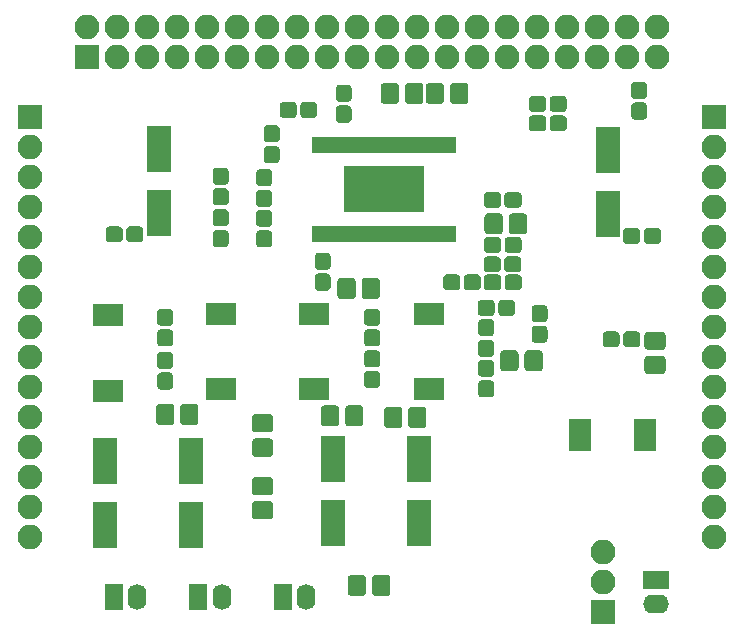
<source format=gbr>
G04 #@! TF.GenerationSoftware,KiCad,Pcbnew,(5.0.0-3-g5ebb6b6)*
G04 #@! TF.CreationDate,2019-05-19T23:28:32+02:00*
G04 #@! TF.ProjectId,Audio Board,417564696F20426F6172642E6B696361,rev?*
G04 #@! TF.SameCoordinates,Original*
G04 #@! TF.FileFunction,Soldermask,Top*
G04 #@! TF.FilePolarity,Negative*
%FSLAX46Y46*%
G04 Gerber Fmt 4.6, Leading zero omitted, Abs format (unit mm)*
G04 Created by KiCad (PCBNEW (5.0.0-3-g5ebb6b6)) date Sunday, 19 May 2019 at 23:28:32*
%MOMM*%
%LPD*%
G01*
G04 APERTURE LIST*
%ADD10R,2.100000X2.100000*%
%ADD11O,2.100000X2.100000*%
%ADD12C,0.100000*%
%ADD13C,1.350000*%
%ADD14R,1.900000X2.800000*%
%ADD15R,0.685000X1.400000*%
%ADD16R,6.800000X4.000000*%
%ADD17C,1.550000*%
%ADD18R,2.000000X3.900000*%
%ADD19R,2.600000X1.900000*%
%ADD20O,1.600000X2.200000*%
%ADD21R,1.600000X2.200000*%
%ADD22R,2.200000X1.600000*%
%ADD23O,2.200000X1.600000*%
G04 APERTURE END LIST*
D10*
G04 #@! TO.C,J6*
X94996000Y-62230000D03*
D11*
X94996000Y-59690000D03*
X97536000Y-62230000D03*
X97536000Y-59690000D03*
X100076000Y-62230000D03*
X100076000Y-59690000D03*
X102616000Y-62230000D03*
X102616000Y-59690000D03*
X105156000Y-62230000D03*
X105156000Y-59690000D03*
X107696000Y-62230000D03*
X107696000Y-59690000D03*
X110236000Y-62230000D03*
X110236000Y-59690000D03*
X112776000Y-62230000D03*
X112776000Y-59690000D03*
X115316000Y-62230000D03*
X115316000Y-59690000D03*
X117856000Y-62230000D03*
X117856000Y-59690000D03*
X120396000Y-62230000D03*
X120396000Y-59690000D03*
X122936000Y-62230000D03*
X122936000Y-59690000D03*
X125476000Y-62230000D03*
X125476000Y-59690000D03*
X128016000Y-62230000D03*
X128016000Y-59690000D03*
X130556000Y-62230000D03*
X130556000Y-59690000D03*
X133096000Y-62230000D03*
X133096000Y-59690000D03*
X135636000Y-62230000D03*
X135636000Y-59690000D03*
X138176000Y-62230000D03*
X138176000Y-59690000D03*
X140716000Y-62230000D03*
X140716000Y-59690000D03*
X143256000Y-62230000D03*
X143256000Y-59690000D03*
G04 #@! TD*
D12*
G04 #@! TO.C,C27*
G36*
X141517581Y-76669625D02*
X141550343Y-76674485D01*
X141582471Y-76682533D01*
X141613656Y-76693691D01*
X141643596Y-76707852D01*
X141672005Y-76724879D01*
X141698608Y-76744609D01*
X141723149Y-76766851D01*
X141745391Y-76791392D01*
X141765121Y-76817995D01*
X141782148Y-76846404D01*
X141796309Y-76876344D01*
X141807467Y-76907529D01*
X141815515Y-76939657D01*
X141820375Y-76972419D01*
X141822000Y-77005500D01*
X141822000Y-77680500D01*
X141820375Y-77713581D01*
X141815515Y-77746343D01*
X141807467Y-77778471D01*
X141796309Y-77809656D01*
X141782148Y-77839596D01*
X141765121Y-77868005D01*
X141745391Y-77894608D01*
X141723149Y-77919149D01*
X141698608Y-77941391D01*
X141672005Y-77961121D01*
X141643596Y-77978148D01*
X141613656Y-77992309D01*
X141582471Y-78003467D01*
X141550343Y-78011515D01*
X141517581Y-78016375D01*
X141484500Y-78018000D01*
X140709500Y-78018000D01*
X140676419Y-78016375D01*
X140643657Y-78011515D01*
X140611529Y-78003467D01*
X140580344Y-77992309D01*
X140550404Y-77978148D01*
X140521995Y-77961121D01*
X140495392Y-77941391D01*
X140470851Y-77919149D01*
X140448609Y-77894608D01*
X140428879Y-77868005D01*
X140411852Y-77839596D01*
X140397691Y-77809656D01*
X140386533Y-77778471D01*
X140378485Y-77746343D01*
X140373625Y-77713581D01*
X140372000Y-77680500D01*
X140372000Y-77005500D01*
X140373625Y-76972419D01*
X140378485Y-76939657D01*
X140386533Y-76907529D01*
X140397691Y-76876344D01*
X140411852Y-76846404D01*
X140428879Y-76817995D01*
X140448609Y-76791392D01*
X140470851Y-76766851D01*
X140495392Y-76744609D01*
X140521995Y-76724879D01*
X140550404Y-76707852D01*
X140580344Y-76693691D01*
X140611529Y-76682533D01*
X140643657Y-76674485D01*
X140676419Y-76669625D01*
X140709500Y-76668000D01*
X141484500Y-76668000D01*
X141517581Y-76669625D01*
X141517581Y-76669625D01*
G37*
D13*
X141097000Y-77343000D03*
D12*
G36*
X143267581Y-76669625D02*
X143300343Y-76674485D01*
X143332471Y-76682533D01*
X143363656Y-76693691D01*
X143393596Y-76707852D01*
X143422005Y-76724879D01*
X143448608Y-76744609D01*
X143473149Y-76766851D01*
X143495391Y-76791392D01*
X143515121Y-76817995D01*
X143532148Y-76846404D01*
X143546309Y-76876344D01*
X143557467Y-76907529D01*
X143565515Y-76939657D01*
X143570375Y-76972419D01*
X143572000Y-77005500D01*
X143572000Y-77680500D01*
X143570375Y-77713581D01*
X143565515Y-77746343D01*
X143557467Y-77778471D01*
X143546309Y-77809656D01*
X143532148Y-77839596D01*
X143515121Y-77868005D01*
X143495391Y-77894608D01*
X143473149Y-77919149D01*
X143448608Y-77941391D01*
X143422005Y-77961121D01*
X143393596Y-77978148D01*
X143363656Y-77992309D01*
X143332471Y-78003467D01*
X143300343Y-78011515D01*
X143267581Y-78016375D01*
X143234500Y-78018000D01*
X142459500Y-78018000D01*
X142426419Y-78016375D01*
X142393657Y-78011515D01*
X142361529Y-78003467D01*
X142330344Y-77992309D01*
X142300404Y-77978148D01*
X142271995Y-77961121D01*
X142245392Y-77941391D01*
X142220851Y-77919149D01*
X142198609Y-77894608D01*
X142178879Y-77868005D01*
X142161852Y-77839596D01*
X142147691Y-77809656D01*
X142136533Y-77778471D01*
X142128485Y-77746343D01*
X142123625Y-77713581D01*
X142122000Y-77680500D01*
X142122000Y-77005500D01*
X142123625Y-76972419D01*
X142128485Y-76939657D01*
X142136533Y-76907529D01*
X142147691Y-76876344D01*
X142161852Y-76846404D01*
X142178879Y-76817995D01*
X142198609Y-76791392D01*
X142220851Y-76766851D01*
X142245392Y-76744609D01*
X142271995Y-76724879D01*
X142300404Y-76707852D01*
X142330344Y-76693691D01*
X142361529Y-76682533D01*
X142393657Y-76674485D01*
X142426419Y-76669625D01*
X142459500Y-76668000D01*
X143234500Y-76668000D01*
X143267581Y-76669625D01*
X143267581Y-76669625D01*
G37*
D13*
X142847000Y-77343000D03*
G04 #@! TD*
D11*
G04 #@! TO.C,J1*
X148082000Y-102870000D03*
X148082000Y-100330000D03*
X148082000Y-97790000D03*
X148082000Y-95250000D03*
X148082000Y-92710000D03*
X148082000Y-90170000D03*
X148082000Y-87630000D03*
X148082000Y-85090000D03*
X148082000Y-82550000D03*
X148082000Y-80010000D03*
X148082000Y-77470000D03*
X148082000Y-74930000D03*
X148082000Y-72390000D03*
X148082000Y-69850000D03*
D10*
X148082000Y-67310000D03*
G04 #@! TD*
G04 #@! TO.C,J4*
X138684000Y-109220000D03*
D11*
X138684000Y-106680000D03*
X138684000Y-104140000D03*
G04 #@! TD*
D10*
G04 #@! TO.C,J7*
X90170000Y-67310000D03*
D11*
X90170000Y-69850000D03*
X90170000Y-72390000D03*
X90170000Y-74930000D03*
X90170000Y-77470000D03*
X90170000Y-80010000D03*
X90170000Y-82550000D03*
X90170000Y-85090000D03*
X90170000Y-87630000D03*
X90170000Y-90170000D03*
X90170000Y-92710000D03*
X90170000Y-95250000D03*
X90170000Y-97790000D03*
X90170000Y-100330000D03*
X90170000Y-102870000D03*
G04 #@! TD*
D14*
G04 #@! TO.C,L5*
X136740000Y-94234000D03*
X142240000Y-94234000D03*
G04 #@! TD*
D12*
G04 #@! TO.C,R1*
G36*
X142102581Y-64300625D02*
X142135343Y-64305485D01*
X142167471Y-64313533D01*
X142198656Y-64324691D01*
X142228596Y-64338852D01*
X142257005Y-64355879D01*
X142283608Y-64375609D01*
X142308149Y-64397851D01*
X142330391Y-64422392D01*
X142350121Y-64448995D01*
X142367148Y-64477404D01*
X142381309Y-64507344D01*
X142392467Y-64538529D01*
X142400515Y-64570657D01*
X142405375Y-64603419D01*
X142407000Y-64636500D01*
X142407000Y-65411500D01*
X142405375Y-65444581D01*
X142400515Y-65477343D01*
X142392467Y-65509471D01*
X142381309Y-65540656D01*
X142367148Y-65570596D01*
X142350121Y-65599005D01*
X142330391Y-65625608D01*
X142308149Y-65650149D01*
X142283608Y-65672391D01*
X142257005Y-65692121D01*
X142228596Y-65709148D01*
X142198656Y-65723309D01*
X142167471Y-65734467D01*
X142135343Y-65742515D01*
X142102581Y-65747375D01*
X142069500Y-65749000D01*
X141394500Y-65749000D01*
X141361419Y-65747375D01*
X141328657Y-65742515D01*
X141296529Y-65734467D01*
X141265344Y-65723309D01*
X141235404Y-65709148D01*
X141206995Y-65692121D01*
X141180392Y-65672391D01*
X141155851Y-65650149D01*
X141133609Y-65625608D01*
X141113879Y-65599005D01*
X141096852Y-65570596D01*
X141082691Y-65540656D01*
X141071533Y-65509471D01*
X141063485Y-65477343D01*
X141058625Y-65444581D01*
X141057000Y-65411500D01*
X141057000Y-64636500D01*
X141058625Y-64603419D01*
X141063485Y-64570657D01*
X141071533Y-64538529D01*
X141082691Y-64507344D01*
X141096852Y-64477404D01*
X141113879Y-64448995D01*
X141133609Y-64422392D01*
X141155851Y-64397851D01*
X141180392Y-64375609D01*
X141206995Y-64355879D01*
X141235404Y-64338852D01*
X141265344Y-64324691D01*
X141296529Y-64313533D01*
X141328657Y-64305485D01*
X141361419Y-64300625D01*
X141394500Y-64299000D01*
X142069500Y-64299000D01*
X142102581Y-64300625D01*
X142102581Y-64300625D01*
G37*
D13*
X141732000Y-65024000D03*
D12*
G36*
X142102581Y-66050625D02*
X142135343Y-66055485D01*
X142167471Y-66063533D01*
X142198656Y-66074691D01*
X142228596Y-66088852D01*
X142257005Y-66105879D01*
X142283608Y-66125609D01*
X142308149Y-66147851D01*
X142330391Y-66172392D01*
X142350121Y-66198995D01*
X142367148Y-66227404D01*
X142381309Y-66257344D01*
X142392467Y-66288529D01*
X142400515Y-66320657D01*
X142405375Y-66353419D01*
X142407000Y-66386500D01*
X142407000Y-67161500D01*
X142405375Y-67194581D01*
X142400515Y-67227343D01*
X142392467Y-67259471D01*
X142381309Y-67290656D01*
X142367148Y-67320596D01*
X142350121Y-67349005D01*
X142330391Y-67375608D01*
X142308149Y-67400149D01*
X142283608Y-67422391D01*
X142257005Y-67442121D01*
X142228596Y-67459148D01*
X142198656Y-67473309D01*
X142167471Y-67484467D01*
X142135343Y-67492515D01*
X142102581Y-67497375D01*
X142069500Y-67499000D01*
X141394500Y-67499000D01*
X141361419Y-67497375D01*
X141328657Y-67492515D01*
X141296529Y-67484467D01*
X141265344Y-67473309D01*
X141235404Y-67459148D01*
X141206995Y-67442121D01*
X141180392Y-67422391D01*
X141155851Y-67400149D01*
X141133609Y-67375608D01*
X141113879Y-67349005D01*
X141096852Y-67320596D01*
X141082691Y-67290656D01*
X141071533Y-67259471D01*
X141063485Y-67227343D01*
X141058625Y-67194581D01*
X141057000Y-67161500D01*
X141057000Y-66386500D01*
X141058625Y-66353419D01*
X141063485Y-66320657D01*
X141071533Y-66288529D01*
X141082691Y-66257344D01*
X141096852Y-66227404D01*
X141113879Y-66198995D01*
X141133609Y-66172392D01*
X141155851Y-66147851D01*
X141180392Y-66125609D01*
X141206995Y-66105879D01*
X141235404Y-66088852D01*
X141265344Y-66074691D01*
X141296529Y-66063533D01*
X141328657Y-66055485D01*
X141361419Y-66050625D01*
X141394500Y-66049000D01*
X142069500Y-66049000D01*
X142102581Y-66050625D01*
X142102581Y-66050625D01*
G37*
D13*
X141732000Y-66774000D03*
G04 #@! TD*
D12*
G04 #@! TO.C,R4*
G36*
X135294581Y-67144625D02*
X135327343Y-67149485D01*
X135359471Y-67157533D01*
X135390656Y-67168691D01*
X135420596Y-67182852D01*
X135449005Y-67199879D01*
X135475608Y-67219609D01*
X135500149Y-67241851D01*
X135522391Y-67266392D01*
X135542121Y-67292995D01*
X135559148Y-67321404D01*
X135573309Y-67351344D01*
X135584467Y-67382529D01*
X135592515Y-67414657D01*
X135597375Y-67447419D01*
X135599000Y-67480500D01*
X135599000Y-68155500D01*
X135597375Y-68188581D01*
X135592515Y-68221343D01*
X135584467Y-68253471D01*
X135573309Y-68284656D01*
X135559148Y-68314596D01*
X135542121Y-68343005D01*
X135522391Y-68369608D01*
X135500149Y-68394149D01*
X135475608Y-68416391D01*
X135449005Y-68436121D01*
X135420596Y-68453148D01*
X135390656Y-68467309D01*
X135359471Y-68478467D01*
X135327343Y-68486515D01*
X135294581Y-68491375D01*
X135261500Y-68493000D01*
X134486500Y-68493000D01*
X134453419Y-68491375D01*
X134420657Y-68486515D01*
X134388529Y-68478467D01*
X134357344Y-68467309D01*
X134327404Y-68453148D01*
X134298995Y-68436121D01*
X134272392Y-68416391D01*
X134247851Y-68394149D01*
X134225609Y-68369608D01*
X134205879Y-68343005D01*
X134188852Y-68314596D01*
X134174691Y-68284656D01*
X134163533Y-68253471D01*
X134155485Y-68221343D01*
X134150625Y-68188581D01*
X134149000Y-68155500D01*
X134149000Y-67480500D01*
X134150625Y-67447419D01*
X134155485Y-67414657D01*
X134163533Y-67382529D01*
X134174691Y-67351344D01*
X134188852Y-67321404D01*
X134205879Y-67292995D01*
X134225609Y-67266392D01*
X134247851Y-67241851D01*
X134272392Y-67219609D01*
X134298995Y-67199879D01*
X134327404Y-67182852D01*
X134357344Y-67168691D01*
X134388529Y-67157533D01*
X134420657Y-67149485D01*
X134453419Y-67144625D01*
X134486500Y-67143000D01*
X135261500Y-67143000D01*
X135294581Y-67144625D01*
X135294581Y-67144625D01*
G37*
D13*
X134874000Y-67818000D03*
D12*
G36*
X133544581Y-67144625D02*
X133577343Y-67149485D01*
X133609471Y-67157533D01*
X133640656Y-67168691D01*
X133670596Y-67182852D01*
X133699005Y-67199879D01*
X133725608Y-67219609D01*
X133750149Y-67241851D01*
X133772391Y-67266392D01*
X133792121Y-67292995D01*
X133809148Y-67321404D01*
X133823309Y-67351344D01*
X133834467Y-67382529D01*
X133842515Y-67414657D01*
X133847375Y-67447419D01*
X133849000Y-67480500D01*
X133849000Y-68155500D01*
X133847375Y-68188581D01*
X133842515Y-68221343D01*
X133834467Y-68253471D01*
X133823309Y-68284656D01*
X133809148Y-68314596D01*
X133792121Y-68343005D01*
X133772391Y-68369608D01*
X133750149Y-68394149D01*
X133725608Y-68416391D01*
X133699005Y-68436121D01*
X133670596Y-68453148D01*
X133640656Y-68467309D01*
X133609471Y-68478467D01*
X133577343Y-68486515D01*
X133544581Y-68491375D01*
X133511500Y-68493000D01*
X132736500Y-68493000D01*
X132703419Y-68491375D01*
X132670657Y-68486515D01*
X132638529Y-68478467D01*
X132607344Y-68467309D01*
X132577404Y-68453148D01*
X132548995Y-68436121D01*
X132522392Y-68416391D01*
X132497851Y-68394149D01*
X132475609Y-68369608D01*
X132455879Y-68343005D01*
X132438852Y-68314596D01*
X132424691Y-68284656D01*
X132413533Y-68253471D01*
X132405485Y-68221343D01*
X132400625Y-68188581D01*
X132399000Y-68155500D01*
X132399000Y-67480500D01*
X132400625Y-67447419D01*
X132405485Y-67414657D01*
X132413533Y-67382529D01*
X132424691Y-67351344D01*
X132438852Y-67321404D01*
X132455879Y-67292995D01*
X132475609Y-67266392D01*
X132497851Y-67241851D01*
X132522392Y-67219609D01*
X132548995Y-67199879D01*
X132577404Y-67182852D01*
X132607344Y-67168691D01*
X132638529Y-67157533D01*
X132670657Y-67149485D01*
X132703419Y-67144625D01*
X132736500Y-67143000D01*
X133511500Y-67143000D01*
X133544581Y-67144625D01*
X133544581Y-67144625D01*
G37*
D13*
X133124000Y-67818000D03*
G04 #@! TD*
D12*
G04 #@! TO.C,R5*
G36*
X133544581Y-65493625D02*
X133577343Y-65498485D01*
X133609471Y-65506533D01*
X133640656Y-65517691D01*
X133670596Y-65531852D01*
X133699005Y-65548879D01*
X133725608Y-65568609D01*
X133750149Y-65590851D01*
X133772391Y-65615392D01*
X133792121Y-65641995D01*
X133809148Y-65670404D01*
X133823309Y-65700344D01*
X133834467Y-65731529D01*
X133842515Y-65763657D01*
X133847375Y-65796419D01*
X133849000Y-65829500D01*
X133849000Y-66504500D01*
X133847375Y-66537581D01*
X133842515Y-66570343D01*
X133834467Y-66602471D01*
X133823309Y-66633656D01*
X133809148Y-66663596D01*
X133792121Y-66692005D01*
X133772391Y-66718608D01*
X133750149Y-66743149D01*
X133725608Y-66765391D01*
X133699005Y-66785121D01*
X133670596Y-66802148D01*
X133640656Y-66816309D01*
X133609471Y-66827467D01*
X133577343Y-66835515D01*
X133544581Y-66840375D01*
X133511500Y-66842000D01*
X132736500Y-66842000D01*
X132703419Y-66840375D01*
X132670657Y-66835515D01*
X132638529Y-66827467D01*
X132607344Y-66816309D01*
X132577404Y-66802148D01*
X132548995Y-66785121D01*
X132522392Y-66765391D01*
X132497851Y-66743149D01*
X132475609Y-66718608D01*
X132455879Y-66692005D01*
X132438852Y-66663596D01*
X132424691Y-66633656D01*
X132413533Y-66602471D01*
X132405485Y-66570343D01*
X132400625Y-66537581D01*
X132399000Y-66504500D01*
X132399000Y-65829500D01*
X132400625Y-65796419D01*
X132405485Y-65763657D01*
X132413533Y-65731529D01*
X132424691Y-65700344D01*
X132438852Y-65670404D01*
X132455879Y-65641995D01*
X132475609Y-65615392D01*
X132497851Y-65590851D01*
X132522392Y-65568609D01*
X132548995Y-65548879D01*
X132577404Y-65531852D01*
X132607344Y-65517691D01*
X132638529Y-65506533D01*
X132670657Y-65498485D01*
X132703419Y-65493625D01*
X132736500Y-65492000D01*
X133511500Y-65492000D01*
X133544581Y-65493625D01*
X133544581Y-65493625D01*
G37*
D13*
X133124000Y-66167000D03*
D12*
G36*
X135294581Y-65493625D02*
X135327343Y-65498485D01*
X135359471Y-65506533D01*
X135390656Y-65517691D01*
X135420596Y-65531852D01*
X135449005Y-65548879D01*
X135475608Y-65568609D01*
X135500149Y-65590851D01*
X135522391Y-65615392D01*
X135542121Y-65641995D01*
X135559148Y-65670404D01*
X135573309Y-65700344D01*
X135584467Y-65731529D01*
X135592515Y-65763657D01*
X135597375Y-65796419D01*
X135599000Y-65829500D01*
X135599000Y-66504500D01*
X135597375Y-66537581D01*
X135592515Y-66570343D01*
X135584467Y-66602471D01*
X135573309Y-66633656D01*
X135559148Y-66663596D01*
X135542121Y-66692005D01*
X135522391Y-66718608D01*
X135500149Y-66743149D01*
X135475608Y-66765391D01*
X135449005Y-66785121D01*
X135420596Y-66802148D01*
X135390656Y-66816309D01*
X135359471Y-66827467D01*
X135327343Y-66835515D01*
X135294581Y-66840375D01*
X135261500Y-66842000D01*
X134486500Y-66842000D01*
X134453419Y-66840375D01*
X134420657Y-66835515D01*
X134388529Y-66827467D01*
X134357344Y-66816309D01*
X134327404Y-66802148D01*
X134298995Y-66785121D01*
X134272392Y-66765391D01*
X134247851Y-66743149D01*
X134225609Y-66718608D01*
X134205879Y-66692005D01*
X134188852Y-66663596D01*
X134174691Y-66633656D01*
X134163533Y-66602471D01*
X134155485Y-66570343D01*
X134150625Y-66537581D01*
X134149000Y-66504500D01*
X134149000Y-65829500D01*
X134150625Y-65796419D01*
X134155485Y-65763657D01*
X134163533Y-65731529D01*
X134174691Y-65700344D01*
X134188852Y-65670404D01*
X134205879Y-65641995D01*
X134225609Y-65615392D01*
X134247851Y-65590851D01*
X134272392Y-65568609D01*
X134298995Y-65548879D01*
X134327404Y-65531852D01*
X134357344Y-65517691D01*
X134388529Y-65506533D01*
X134420657Y-65498485D01*
X134453419Y-65493625D01*
X134486500Y-65492000D01*
X135261500Y-65492000D01*
X135294581Y-65493625D01*
X135294581Y-65493625D01*
G37*
D13*
X134874000Y-66167000D03*
G04 #@! TD*
D15*
G04 #@! TO.C,U1*
X114392000Y-77156000D03*
X114892000Y-77156000D03*
X115392000Y-77156000D03*
X115892000Y-77156000D03*
X116392000Y-77156000D03*
X116892000Y-77156000D03*
X117392000Y-77156000D03*
X117892000Y-77156000D03*
X118392000Y-77156000D03*
X118892000Y-77156000D03*
X119392000Y-77156000D03*
X119892000Y-77156000D03*
X120392000Y-77156000D03*
X120892000Y-77156000D03*
X121392000Y-77156000D03*
X121892000Y-77156000D03*
X122392000Y-77156000D03*
X122892000Y-77156000D03*
X123392000Y-77156000D03*
X123892000Y-77156000D03*
X124392000Y-77156000D03*
X124892000Y-77156000D03*
X125392000Y-77156000D03*
X125892000Y-77156000D03*
X125892000Y-69656000D03*
X125392000Y-69656000D03*
X124892000Y-69656000D03*
X124392000Y-69656000D03*
X123892000Y-69656000D03*
X123392000Y-69656000D03*
X122892000Y-69656000D03*
X122392000Y-69656000D03*
X121892000Y-69656000D03*
X121392000Y-69656000D03*
X120892000Y-69656000D03*
X120392000Y-69656000D03*
X119892000Y-69656000D03*
X119392000Y-69656000D03*
X118892000Y-69656000D03*
X118392000Y-69656000D03*
X117892000Y-69656000D03*
X117392000Y-69656000D03*
X116892000Y-69656000D03*
X116392000Y-69656000D03*
X115892000Y-69656000D03*
X115392000Y-69656000D03*
X114892000Y-69656000D03*
X114392000Y-69656000D03*
D16*
X120142000Y-73406000D03*
G04 #@! TD*
D12*
G04 #@! TO.C,C1*
G36*
X99452581Y-76542625D02*
X99485343Y-76547485D01*
X99517471Y-76555533D01*
X99548656Y-76566691D01*
X99578596Y-76580852D01*
X99607005Y-76597879D01*
X99633608Y-76617609D01*
X99658149Y-76639851D01*
X99680391Y-76664392D01*
X99700121Y-76690995D01*
X99717148Y-76719404D01*
X99731309Y-76749344D01*
X99742467Y-76780529D01*
X99750515Y-76812657D01*
X99755375Y-76845419D01*
X99757000Y-76878500D01*
X99757000Y-77553500D01*
X99755375Y-77586581D01*
X99750515Y-77619343D01*
X99742467Y-77651471D01*
X99731309Y-77682656D01*
X99717148Y-77712596D01*
X99700121Y-77741005D01*
X99680391Y-77767608D01*
X99658149Y-77792149D01*
X99633608Y-77814391D01*
X99607005Y-77834121D01*
X99578596Y-77851148D01*
X99548656Y-77865309D01*
X99517471Y-77876467D01*
X99485343Y-77884515D01*
X99452581Y-77889375D01*
X99419500Y-77891000D01*
X98644500Y-77891000D01*
X98611419Y-77889375D01*
X98578657Y-77884515D01*
X98546529Y-77876467D01*
X98515344Y-77865309D01*
X98485404Y-77851148D01*
X98456995Y-77834121D01*
X98430392Y-77814391D01*
X98405851Y-77792149D01*
X98383609Y-77767608D01*
X98363879Y-77741005D01*
X98346852Y-77712596D01*
X98332691Y-77682656D01*
X98321533Y-77651471D01*
X98313485Y-77619343D01*
X98308625Y-77586581D01*
X98307000Y-77553500D01*
X98307000Y-76878500D01*
X98308625Y-76845419D01*
X98313485Y-76812657D01*
X98321533Y-76780529D01*
X98332691Y-76749344D01*
X98346852Y-76719404D01*
X98363879Y-76690995D01*
X98383609Y-76664392D01*
X98405851Y-76639851D01*
X98430392Y-76617609D01*
X98456995Y-76597879D01*
X98485404Y-76580852D01*
X98515344Y-76566691D01*
X98546529Y-76555533D01*
X98578657Y-76547485D01*
X98611419Y-76542625D01*
X98644500Y-76541000D01*
X99419500Y-76541000D01*
X99452581Y-76542625D01*
X99452581Y-76542625D01*
G37*
D13*
X99032000Y-77216000D03*
D12*
G36*
X97702581Y-76542625D02*
X97735343Y-76547485D01*
X97767471Y-76555533D01*
X97798656Y-76566691D01*
X97828596Y-76580852D01*
X97857005Y-76597879D01*
X97883608Y-76617609D01*
X97908149Y-76639851D01*
X97930391Y-76664392D01*
X97950121Y-76690995D01*
X97967148Y-76719404D01*
X97981309Y-76749344D01*
X97992467Y-76780529D01*
X98000515Y-76812657D01*
X98005375Y-76845419D01*
X98007000Y-76878500D01*
X98007000Y-77553500D01*
X98005375Y-77586581D01*
X98000515Y-77619343D01*
X97992467Y-77651471D01*
X97981309Y-77682656D01*
X97967148Y-77712596D01*
X97950121Y-77741005D01*
X97930391Y-77767608D01*
X97908149Y-77792149D01*
X97883608Y-77814391D01*
X97857005Y-77834121D01*
X97828596Y-77851148D01*
X97798656Y-77865309D01*
X97767471Y-77876467D01*
X97735343Y-77884515D01*
X97702581Y-77889375D01*
X97669500Y-77891000D01*
X96894500Y-77891000D01*
X96861419Y-77889375D01*
X96828657Y-77884515D01*
X96796529Y-77876467D01*
X96765344Y-77865309D01*
X96735404Y-77851148D01*
X96706995Y-77834121D01*
X96680392Y-77814391D01*
X96655851Y-77792149D01*
X96633609Y-77767608D01*
X96613879Y-77741005D01*
X96596852Y-77712596D01*
X96582691Y-77682656D01*
X96571533Y-77651471D01*
X96563485Y-77619343D01*
X96558625Y-77586581D01*
X96557000Y-77553500D01*
X96557000Y-76878500D01*
X96558625Y-76845419D01*
X96563485Y-76812657D01*
X96571533Y-76780529D01*
X96582691Y-76749344D01*
X96596852Y-76719404D01*
X96613879Y-76690995D01*
X96633609Y-76664392D01*
X96655851Y-76639851D01*
X96680392Y-76617609D01*
X96706995Y-76597879D01*
X96735404Y-76580852D01*
X96765344Y-76566691D01*
X96796529Y-76555533D01*
X96828657Y-76547485D01*
X96861419Y-76542625D01*
X96894500Y-76541000D01*
X97669500Y-76541000D01*
X97702581Y-76542625D01*
X97702581Y-76542625D01*
G37*
D13*
X97282000Y-77216000D03*
G04 #@! TD*
D12*
G04 #@! TO.C,C2*
G36*
X110451071Y-92444623D02*
X110483781Y-92449475D01*
X110515857Y-92457509D01*
X110546991Y-92468649D01*
X110576884Y-92482787D01*
X110605247Y-92499787D01*
X110631807Y-92519485D01*
X110656308Y-92541692D01*
X110678515Y-92566193D01*
X110698213Y-92592753D01*
X110715213Y-92621116D01*
X110729351Y-92651009D01*
X110740491Y-92682143D01*
X110748525Y-92714219D01*
X110753377Y-92746929D01*
X110755000Y-92779956D01*
X110755000Y-93656044D01*
X110753377Y-93689071D01*
X110748525Y-93721781D01*
X110740491Y-93753857D01*
X110729351Y-93784991D01*
X110715213Y-93814884D01*
X110698213Y-93843247D01*
X110678515Y-93869807D01*
X110656308Y-93894308D01*
X110631807Y-93916515D01*
X110605247Y-93936213D01*
X110576884Y-93953213D01*
X110546991Y-93967351D01*
X110515857Y-93978491D01*
X110483781Y-93986525D01*
X110451071Y-93991377D01*
X110418044Y-93993000D01*
X109291956Y-93993000D01*
X109258929Y-93991377D01*
X109226219Y-93986525D01*
X109194143Y-93978491D01*
X109163009Y-93967351D01*
X109133116Y-93953213D01*
X109104753Y-93936213D01*
X109078193Y-93916515D01*
X109053692Y-93894308D01*
X109031485Y-93869807D01*
X109011787Y-93843247D01*
X108994787Y-93814884D01*
X108980649Y-93784991D01*
X108969509Y-93753857D01*
X108961475Y-93721781D01*
X108956623Y-93689071D01*
X108955000Y-93656044D01*
X108955000Y-92779956D01*
X108956623Y-92746929D01*
X108961475Y-92714219D01*
X108969509Y-92682143D01*
X108980649Y-92651009D01*
X108994787Y-92621116D01*
X109011787Y-92592753D01*
X109031485Y-92566193D01*
X109053692Y-92541692D01*
X109078193Y-92519485D01*
X109104753Y-92499787D01*
X109133116Y-92482787D01*
X109163009Y-92468649D01*
X109194143Y-92457509D01*
X109226219Y-92449475D01*
X109258929Y-92444623D01*
X109291956Y-92443000D01*
X110418044Y-92443000D01*
X110451071Y-92444623D01*
X110451071Y-92444623D01*
G37*
D17*
X109855000Y-93218000D03*
D12*
G36*
X110451071Y-94494623D02*
X110483781Y-94499475D01*
X110515857Y-94507509D01*
X110546991Y-94518649D01*
X110576884Y-94532787D01*
X110605247Y-94549787D01*
X110631807Y-94569485D01*
X110656308Y-94591692D01*
X110678515Y-94616193D01*
X110698213Y-94642753D01*
X110715213Y-94671116D01*
X110729351Y-94701009D01*
X110740491Y-94732143D01*
X110748525Y-94764219D01*
X110753377Y-94796929D01*
X110755000Y-94829956D01*
X110755000Y-95706044D01*
X110753377Y-95739071D01*
X110748525Y-95771781D01*
X110740491Y-95803857D01*
X110729351Y-95834991D01*
X110715213Y-95864884D01*
X110698213Y-95893247D01*
X110678515Y-95919807D01*
X110656308Y-95944308D01*
X110631807Y-95966515D01*
X110605247Y-95986213D01*
X110576884Y-96003213D01*
X110546991Y-96017351D01*
X110515857Y-96028491D01*
X110483781Y-96036525D01*
X110451071Y-96041377D01*
X110418044Y-96043000D01*
X109291956Y-96043000D01*
X109258929Y-96041377D01*
X109226219Y-96036525D01*
X109194143Y-96028491D01*
X109163009Y-96017351D01*
X109133116Y-96003213D01*
X109104753Y-95986213D01*
X109078193Y-95966515D01*
X109053692Y-95944308D01*
X109031485Y-95919807D01*
X109011787Y-95893247D01*
X108994787Y-95864884D01*
X108980649Y-95834991D01*
X108969509Y-95803857D01*
X108961475Y-95771781D01*
X108956623Y-95739071D01*
X108955000Y-95706044D01*
X108955000Y-94829956D01*
X108956623Y-94796929D01*
X108961475Y-94764219D01*
X108969509Y-94732143D01*
X108980649Y-94701009D01*
X108994787Y-94671116D01*
X109011787Y-94642753D01*
X109031485Y-94616193D01*
X109053692Y-94591692D01*
X109078193Y-94569485D01*
X109104753Y-94549787D01*
X109133116Y-94532787D01*
X109163009Y-94518649D01*
X109194143Y-94507509D01*
X109226219Y-94499475D01*
X109258929Y-94494623D01*
X109291956Y-94493000D01*
X110418044Y-94493000D01*
X110451071Y-94494623D01*
X110451071Y-94494623D01*
G37*
D17*
X109855000Y-95268000D03*
G04 #@! TD*
D18*
G04 #@! TO.C,C3*
X101092000Y-75377000D03*
X101092000Y-69977000D03*
G04 #@! TD*
D12*
G04 #@! TO.C,R3*
G36*
X101970581Y-85255625D02*
X102003343Y-85260485D01*
X102035471Y-85268533D01*
X102066656Y-85279691D01*
X102096596Y-85293852D01*
X102125005Y-85310879D01*
X102151608Y-85330609D01*
X102176149Y-85352851D01*
X102198391Y-85377392D01*
X102218121Y-85403995D01*
X102235148Y-85432404D01*
X102249309Y-85462344D01*
X102260467Y-85493529D01*
X102268515Y-85525657D01*
X102273375Y-85558419D01*
X102275000Y-85591500D01*
X102275000Y-86366500D01*
X102273375Y-86399581D01*
X102268515Y-86432343D01*
X102260467Y-86464471D01*
X102249309Y-86495656D01*
X102235148Y-86525596D01*
X102218121Y-86554005D01*
X102198391Y-86580608D01*
X102176149Y-86605149D01*
X102151608Y-86627391D01*
X102125005Y-86647121D01*
X102096596Y-86664148D01*
X102066656Y-86678309D01*
X102035471Y-86689467D01*
X102003343Y-86697515D01*
X101970581Y-86702375D01*
X101937500Y-86704000D01*
X101262500Y-86704000D01*
X101229419Y-86702375D01*
X101196657Y-86697515D01*
X101164529Y-86689467D01*
X101133344Y-86678309D01*
X101103404Y-86664148D01*
X101074995Y-86647121D01*
X101048392Y-86627391D01*
X101023851Y-86605149D01*
X101001609Y-86580608D01*
X100981879Y-86554005D01*
X100964852Y-86525596D01*
X100950691Y-86495656D01*
X100939533Y-86464471D01*
X100931485Y-86432343D01*
X100926625Y-86399581D01*
X100925000Y-86366500D01*
X100925000Y-85591500D01*
X100926625Y-85558419D01*
X100931485Y-85525657D01*
X100939533Y-85493529D01*
X100950691Y-85462344D01*
X100964852Y-85432404D01*
X100981879Y-85403995D01*
X101001609Y-85377392D01*
X101023851Y-85352851D01*
X101048392Y-85330609D01*
X101074995Y-85310879D01*
X101103404Y-85293852D01*
X101133344Y-85279691D01*
X101164529Y-85268533D01*
X101196657Y-85260485D01*
X101229419Y-85255625D01*
X101262500Y-85254000D01*
X101937500Y-85254000D01*
X101970581Y-85255625D01*
X101970581Y-85255625D01*
G37*
D13*
X101600000Y-85979000D03*
D12*
G36*
X101970581Y-83505625D02*
X102003343Y-83510485D01*
X102035471Y-83518533D01*
X102066656Y-83529691D01*
X102096596Y-83543852D01*
X102125005Y-83560879D01*
X102151608Y-83580609D01*
X102176149Y-83602851D01*
X102198391Y-83627392D01*
X102218121Y-83653995D01*
X102235148Y-83682404D01*
X102249309Y-83712344D01*
X102260467Y-83743529D01*
X102268515Y-83775657D01*
X102273375Y-83808419D01*
X102275000Y-83841500D01*
X102275000Y-84616500D01*
X102273375Y-84649581D01*
X102268515Y-84682343D01*
X102260467Y-84714471D01*
X102249309Y-84745656D01*
X102235148Y-84775596D01*
X102218121Y-84804005D01*
X102198391Y-84830608D01*
X102176149Y-84855149D01*
X102151608Y-84877391D01*
X102125005Y-84897121D01*
X102096596Y-84914148D01*
X102066656Y-84928309D01*
X102035471Y-84939467D01*
X102003343Y-84947515D01*
X101970581Y-84952375D01*
X101937500Y-84954000D01*
X101262500Y-84954000D01*
X101229419Y-84952375D01*
X101196657Y-84947515D01*
X101164529Y-84939467D01*
X101133344Y-84928309D01*
X101103404Y-84914148D01*
X101074995Y-84897121D01*
X101048392Y-84877391D01*
X101023851Y-84855149D01*
X101001609Y-84830608D01*
X100981879Y-84804005D01*
X100964852Y-84775596D01*
X100950691Y-84745656D01*
X100939533Y-84714471D01*
X100931485Y-84682343D01*
X100926625Y-84649581D01*
X100925000Y-84616500D01*
X100925000Y-83841500D01*
X100926625Y-83808419D01*
X100931485Y-83775657D01*
X100939533Y-83743529D01*
X100950691Y-83712344D01*
X100964852Y-83682404D01*
X100981879Y-83653995D01*
X101001609Y-83627392D01*
X101023851Y-83602851D01*
X101048392Y-83580609D01*
X101074995Y-83560879D01*
X101103404Y-83543852D01*
X101133344Y-83529691D01*
X101164529Y-83518533D01*
X101196657Y-83510485D01*
X101229419Y-83505625D01*
X101262500Y-83504000D01*
X101937500Y-83504000D01*
X101970581Y-83505625D01*
X101970581Y-83505625D01*
G37*
D13*
X101600000Y-84229000D03*
G04 #@! TD*
D12*
G04 #@! TO.C,R6*
G36*
X119496581Y-83505625D02*
X119529343Y-83510485D01*
X119561471Y-83518533D01*
X119592656Y-83529691D01*
X119622596Y-83543852D01*
X119651005Y-83560879D01*
X119677608Y-83580609D01*
X119702149Y-83602851D01*
X119724391Y-83627392D01*
X119744121Y-83653995D01*
X119761148Y-83682404D01*
X119775309Y-83712344D01*
X119786467Y-83743529D01*
X119794515Y-83775657D01*
X119799375Y-83808419D01*
X119801000Y-83841500D01*
X119801000Y-84616500D01*
X119799375Y-84649581D01*
X119794515Y-84682343D01*
X119786467Y-84714471D01*
X119775309Y-84745656D01*
X119761148Y-84775596D01*
X119744121Y-84804005D01*
X119724391Y-84830608D01*
X119702149Y-84855149D01*
X119677608Y-84877391D01*
X119651005Y-84897121D01*
X119622596Y-84914148D01*
X119592656Y-84928309D01*
X119561471Y-84939467D01*
X119529343Y-84947515D01*
X119496581Y-84952375D01*
X119463500Y-84954000D01*
X118788500Y-84954000D01*
X118755419Y-84952375D01*
X118722657Y-84947515D01*
X118690529Y-84939467D01*
X118659344Y-84928309D01*
X118629404Y-84914148D01*
X118600995Y-84897121D01*
X118574392Y-84877391D01*
X118549851Y-84855149D01*
X118527609Y-84830608D01*
X118507879Y-84804005D01*
X118490852Y-84775596D01*
X118476691Y-84745656D01*
X118465533Y-84714471D01*
X118457485Y-84682343D01*
X118452625Y-84649581D01*
X118451000Y-84616500D01*
X118451000Y-83841500D01*
X118452625Y-83808419D01*
X118457485Y-83775657D01*
X118465533Y-83743529D01*
X118476691Y-83712344D01*
X118490852Y-83682404D01*
X118507879Y-83653995D01*
X118527609Y-83627392D01*
X118549851Y-83602851D01*
X118574392Y-83580609D01*
X118600995Y-83560879D01*
X118629404Y-83543852D01*
X118659344Y-83529691D01*
X118690529Y-83518533D01*
X118722657Y-83510485D01*
X118755419Y-83505625D01*
X118788500Y-83504000D01*
X119463500Y-83504000D01*
X119496581Y-83505625D01*
X119496581Y-83505625D01*
G37*
D13*
X119126000Y-84229000D03*
D12*
G36*
X119496581Y-85255625D02*
X119529343Y-85260485D01*
X119561471Y-85268533D01*
X119592656Y-85279691D01*
X119622596Y-85293852D01*
X119651005Y-85310879D01*
X119677608Y-85330609D01*
X119702149Y-85352851D01*
X119724391Y-85377392D01*
X119744121Y-85403995D01*
X119761148Y-85432404D01*
X119775309Y-85462344D01*
X119786467Y-85493529D01*
X119794515Y-85525657D01*
X119799375Y-85558419D01*
X119801000Y-85591500D01*
X119801000Y-86366500D01*
X119799375Y-86399581D01*
X119794515Y-86432343D01*
X119786467Y-86464471D01*
X119775309Y-86495656D01*
X119761148Y-86525596D01*
X119744121Y-86554005D01*
X119724391Y-86580608D01*
X119702149Y-86605149D01*
X119677608Y-86627391D01*
X119651005Y-86647121D01*
X119622596Y-86664148D01*
X119592656Y-86678309D01*
X119561471Y-86689467D01*
X119529343Y-86697515D01*
X119496581Y-86702375D01*
X119463500Y-86704000D01*
X118788500Y-86704000D01*
X118755419Y-86702375D01*
X118722657Y-86697515D01*
X118690529Y-86689467D01*
X118659344Y-86678309D01*
X118629404Y-86664148D01*
X118600995Y-86647121D01*
X118574392Y-86627391D01*
X118549851Y-86605149D01*
X118527609Y-86580608D01*
X118507879Y-86554005D01*
X118490852Y-86525596D01*
X118476691Y-86495656D01*
X118465533Y-86464471D01*
X118457485Y-86432343D01*
X118452625Y-86399581D01*
X118451000Y-86366500D01*
X118451000Y-85591500D01*
X118452625Y-85558419D01*
X118457485Y-85525657D01*
X118465533Y-85493529D01*
X118476691Y-85462344D01*
X118490852Y-85432404D01*
X118507879Y-85403995D01*
X118527609Y-85377392D01*
X118549851Y-85352851D01*
X118574392Y-85330609D01*
X118600995Y-85310879D01*
X118629404Y-85293852D01*
X118659344Y-85279691D01*
X118690529Y-85268533D01*
X118722657Y-85260485D01*
X118755419Y-85255625D01*
X118788500Y-85254000D01*
X119463500Y-85254000D01*
X119496581Y-85255625D01*
X119496581Y-85255625D01*
G37*
D13*
X119126000Y-85979000D03*
G04 #@! TD*
D12*
G04 #@! TO.C,R7*
G36*
X110352581Y-75123625D02*
X110385343Y-75128485D01*
X110417471Y-75136533D01*
X110448656Y-75147691D01*
X110478596Y-75161852D01*
X110507005Y-75178879D01*
X110533608Y-75198609D01*
X110558149Y-75220851D01*
X110580391Y-75245392D01*
X110600121Y-75271995D01*
X110617148Y-75300404D01*
X110631309Y-75330344D01*
X110642467Y-75361529D01*
X110650515Y-75393657D01*
X110655375Y-75426419D01*
X110657000Y-75459500D01*
X110657000Y-76234500D01*
X110655375Y-76267581D01*
X110650515Y-76300343D01*
X110642467Y-76332471D01*
X110631309Y-76363656D01*
X110617148Y-76393596D01*
X110600121Y-76422005D01*
X110580391Y-76448608D01*
X110558149Y-76473149D01*
X110533608Y-76495391D01*
X110507005Y-76515121D01*
X110478596Y-76532148D01*
X110448656Y-76546309D01*
X110417471Y-76557467D01*
X110385343Y-76565515D01*
X110352581Y-76570375D01*
X110319500Y-76572000D01*
X109644500Y-76572000D01*
X109611419Y-76570375D01*
X109578657Y-76565515D01*
X109546529Y-76557467D01*
X109515344Y-76546309D01*
X109485404Y-76532148D01*
X109456995Y-76515121D01*
X109430392Y-76495391D01*
X109405851Y-76473149D01*
X109383609Y-76448608D01*
X109363879Y-76422005D01*
X109346852Y-76393596D01*
X109332691Y-76363656D01*
X109321533Y-76332471D01*
X109313485Y-76300343D01*
X109308625Y-76267581D01*
X109307000Y-76234500D01*
X109307000Y-75459500D01*
X109308625Y-75426419D01*
X109313485Y-75393657D01*
X109321533Y-75361529D01*
X109332691Y-75330344D01*
X109346852Y-75300404D01*
X109363879Y-75271995D01*
X109383609Y-75245392D01*
X109405851Y-75220851D01*
X109430392Y-75198609D01*
X109456995Y-75178879D01*
X109485404Y-75161852D01*
X109515344Y-75147691D01*
X109546529Y-75136533D01*
X109578657Y-75128485D01*
X109611419Y-75123625D01*
X109644500Y-75122000D01*
X110319500Y-75122000D01*
X110352581Y-75123625D01*
X110352581Y-75123625D01*
G37*
D13*
X109982000Y-75847000D03*
D12*
G36*
X110352581Y-76873625D02*
X110385343Y-76878485D01*
X110417471Y-76886533D01*
X110448656Y-76897691D01*
X110478596Y-76911852D01*
X110507005Y-76928879D01*
X110533608Y-76948609D01*
X110558149Y-76970851D01*
X110580391Y-76995392D01*
X110600121Y-77021995D01*
X110617148Y-77050404D01*
X110631309Y-77080344D01*
X110642467Y-77111529D01*
X110650515Y-77143657D01*
X110655375Y-77176419D01*
X110657000Y-77209500D01*
X110657000Y-77984500D01*
X110655375Y-78017581D01*
X110650515Y-78050343D01*
X110642467Y-78082471D01*
X110631309Y-78113656D01*
X110617148Y-78143596D01*
X110600121Y-78172005D01*
X110580391Y-78198608D01*
X110558149Y-78223149D01*
X110533608Y-78245391D01*
X110507005Y-78265121D01*
X110478596Y-78282148D01*
X110448656Y-78296309D01*
X110417471Y-78307467D01*
X110385343Y-78315515D01*
X110352581Y-78320375D01*
X110319500Y-78322000D01*
X109644500Y-78322000D01*
X109611419Y-78320375D01*
X109578657Y-78315515D01*
X109546529Y-78307467D01*
X109515344Y-78296309D01*
X109485404Y-78282148D01*
X109456995Y-78265121D01*
X109430392Y-78245391D01*
X109405851Y-78223149D01*
X109383609Y-78198608D01*
X109363879Y-78172005D01*
X109346852Y-78143596D01*
X109332691Y-78113656D01*
X109321533Y-78082471D01*
X109313485Y-78050343D01*
X109308625Y-78017581D01*
X109307000Y-77984500D01*
X109307000Y-77209500D01*
X109308625Y-77176419D01*
X109313485Y-77143657D01*
X109321533Y-77111529D01*
X109332691Y-77080344D01*
X109346852Y-77050404D01*
X109363879Y-77021995D01*
X109383609Y-76995392D01*
X109405851Y-76970851D01*
X109430392Y-76948609D01*
X109456995Y-76928879D01*
X109485404Y-76911852D01*
X109515344Y-76897691D01*
X109546529Y-76886533D01*
X109578657Y-76878485D01*
X109611419Y-76873625D01*
X109644500Y-76872000D01*
X110319500Y-76872000D01*
X110352581Y-76873625D01*
X110352581Y-76873625D01*
G37*
D13*
X109982000Y-77597000D03*
G04 #@! TD*
D12*
G04 #@! TO.C,R8*
G36*
X106669581Y-76845625D02*
X106702343Y-76850485D01*
X106734471Y-76858533D01*
X106765656Y-76869691D01*
X106795596Y-76883852D01*
X106824005Y-76900879D01*
X106850608Y-76920609D01*
X106875149Y-76942851D01*
X106897391Y-76967392D01*
X106917121Y-76993995D01*
X106934148Y-77022404D01*
X106948309Y-77052344D01*
X106959467Y-77083529D01*
X106967515Y-77115657D01*
X106972375Y-77148419D01*
X106974000Y-77181500D01*
X106974000Y-77956500D01*
X106972375Y-77989581D01*
X106967515Y-78022343D01*
X106959467Y-78054471D01*
X106948309Y-78085656D01*
X106934148Y-78115596D01*
X106917121Y-78144005D01*
X106897391Y-78170608D01*
X106875149Y-78195149D01*
X106850608Y-78217391D01*
X106824005Y-78237121D01*
X106795596Y-78254148D01*
X106765656Y-78268309D01*
X106734471Y-78279467D01*
X106702343Y-78287515D01*
X106669581Y-78292375D01*
X106636500Y-78294000D01*
X105961500Y-78294000D01*
X105928419Y-78292375D01*
X105895657Y-78287515D01*
X105863529Y-78279467D01*
X105832344Y-78268309D01*
X105802404Y-78254148D01*
X105773995Y-78237121D01*
X105747392Y-78217391D01*
X105722851Y-78195149D01*
X105700609Y-78170608D01*
X105680879Y-78144005D01*
X105663852Y-78115596D01*
X105649691Y-78085656D01*
X105638533Y-78054471D01*
X105630485Y-78022343D01*
X105625625Y-77989581D01*
X105624000Y-77956500D01*
X105624000Y-77181500D01*
X105625625Y-77148419D01*
X105630485Y-77115657D01*
X105638533Y-77083529D01*
X105649691Y-77052344D01*
X105663852Y-77022404D01*
X105680879Y-76993995D01*
X105700609Y-76967392D01*
X105722851Y-76942851D01*
X105747392Y-76920609D01*
X105773995Y-76900879D01*
X105802404Y-76883852D01*
X105832344Y-76869691D01*
X105863529Y-76858533D01*
X105895657Y-76850485D01*
X105928419Y-76845625D01*
X105961500Y-76844000D01*
X106636500Y-76844000D01*
X106669581Y-76845625D01*
X106669581Y-76845625D01*
G37*
D13*
X106299000Y-77569000D03*
D12*
G36*
X106669581Y-75095625D02*
X106702343Y-75100485D01*
X106734471Y-75108533D01*
X106765656Y-75119691D01*
X106795596Y-75133852D01*
X106824005Y-75150879D01*
X106850608Y-75170609D01*
X106875149Y-75192851D01*
X106897391Y-75217392D01*
X106917121Y-75243995D01*
X106934148Y-75272404D01*
X106948309Y-75302344D01*
X106959467Y-75333529D01*
X106967515Y-75365657D01*
X106972375Y-75398419D01*
X106974000Y-75431500D01*
X106974000Y-76206500D01*
X106972375Y-76239581D01*
X106967515Y-76272343D01*
X106959467Y-76304471D01*
X106948309Y-76335656D01*
X106934148Y-76365596D01*
X106917121Y-76394005D01*
X106897391Y-76420608D01*
X106875149Y-76445149D01*
X106850608Y-76467391D01*
X106824005Y-76487121D01*
X106795596Y-76504148D01*
X106765656Y-76518309D01*
X106734471Y-76529467D01*
X106702343Y-76537515D01*
X106669581Y-76542375D01*
X106636500Y-76544000D01*
X105961500Y-76544000D01*
X105928419Y-76542375D01*
X105895657Y-76537515D01*
X105863529Y-76529467D01*
X105832344Y-76518309D01*
X105802404Y-76504148D01*
X105773995Y-76487121D01*
X105747392Y-76467391D01*
X105722851Y-76445149D01*
X105700609Y-76420608D01*
X105680879Y-76394005D01*
X105663852Y-76365596D01*
X105649691Y-76335656D01*
X105638533Y-76304471D01*
X105630485Y-76272343D01*
X105625625Y-76239581D01*
X105624000Y-76206500D01*
X105624000Y-75431500D01*
X105625625Y-75398419D01*
X105630485Y-75365657D01*
X105638533Y-75333529D01*
X105649691Y-75302344D01*
X105663852Y-75272404D01*
X105680879Y-75243995D01*
X105700609Y-75217392D01*
X105722851Y-75192851D01*
X105747392Y-75170609D01*
X105773995Y-75150879D01*
X105802404Y-75133852D01*
X105832344Y-75119691D01*
X105863529Y-75108533D01*
X105895657Y-75100485D01*
X105928419Y-75095625D01*
X105961500Y-75094000D01*
X106636500Y-75094000D01*
X106669581Y-75095625D01*
X106669581Y-75095625D01*
G37*
D13*
X106299000Y-75819000D03*
G04 #@! TD*
D12*
G04 #@! TO.C,R11*
G36*
X129148581Y-87823625D02*
X129181343Y-87828485D01*
X129213471Y-87836533D01*
X129244656Y-87847691D01*
X129274596Y-87861852D01*
X129303005Y-87878879D01*
X129329608Y-87898609D01*
X129354149Y-87920851D01*
X129376391Y-87945392D01*
X129396121Y-87971995D01*
X129413148Y-88000404D01*
X129427309Y-88030344D01*
X129438467Y-88061529D01*
X129446515Y-88093657D01*
X129451375Y-88126419D01*
X129453000Y-88159500D01*
X129453000Y-88934500D01*
X129451375Y-88967581D01*
X129446515Y-89000343D01*
X129438467Y-89032471D01*
X129427309Y-89063656D01*
X129413148Y-89093596D01*
X129396121Y-89122005D01*
X129376391Y-89148608D01*
X129354149Y-89173149D01*
X129329608Y-89195391D01*
X129303005Y-89215121D01*
X129274596Y-89232148D01*
X129244656Y-89246309D01*
X129213471Y-89257467D01*
X129181343Y-89265515D01*
X129148581Y-89270375D01*
X129115500Y-89272000D01*
X128440500Y-89272000D01*
X128407419Y-89270375D01*
X128374657Y-89265515D01*
X128342529Y-89257467D01*
X128311344Y-89246309D01*
X128281404Y-89232148D01*
X128252995Y-89215121D01*
X128226392Y-89195391D01*
X128201851Y-89173149D01*
X128179609Y-89148608D01*
X128159879Y-89122005D01*
X128142852Y-89093596D01*
X128128691Y-89063656D01*
X128117533Y-89032471D01*
X128109485Y-89000343D01*
X128104625Y-88967581D01*
X128103000Y-88934500D01*
X128103000Y-88159500D01*
X128104625Y-88126419D01*
X128109485Y-88093657D01*
X128117533Y-88061529D01*
X128128691Y-88030344D01*
X128142852Y-88000404D01*
X128159879Y-87971995D01*
X128179609Y-87945392D01*
X128201851Y-87920851D01*
X128226392Y-87898609D01*
X128252995Y-87878879D01*
X128281404Y-87861852D01*
X128311344Y-87847691D01*
X128342529Y-87836533D01*
X128374657Y-87828485D01*
X128407419Y-87823625D01*
X128440500Y-87822000D01*
X129115500Y-87822000D01*
X129148581Y-87823625D01*
X129148581Y-87823625D01*
G37*
D13*
X128778000Y-88547000D03*
D12*
G36*
X129148581Y-89573625D02*
X129181343Y-89578485D01*
X129213471Y-89586533D01*
X129244656Y-89597691D01*
X129274596Y-89611852D01*
X129303005Y-89628879D01*
X129329608Y-89648609D01*
X129354149Y-89670851D01*
X129376391Y-89695392D01*
X129396121Y-89721995D01*
X129413148Y-89750404D01*
X129427309Y-89780344D01*
X129438467Y-89811529D01*
X129446515Y-89843657D01*
X129451375Y-89876419D01*
X129453000Y-89909500D01*
X129453000Y-90684500D01*
X129451375Y-90717581D01*
X129446515Y-90750343D01*
X129438467Y-90782471D01*
X129427309Y-90813656D01*
X129413148Y-90843596D01*
X129396121Y-90872005D01*
X129376391Y-90898608D01*
X129354149Y-90923149D01*
X129329608Y-90945391D01*
X129303005Y-90965121D01*
X129274596Y-90982148D01*
X129244656Y-90996309D01*
X129213471Y-91007467D01*
X129181343Y-91015515D01*
X129148581Y-91020375D01*
X129115500Y-91022000D01*
X128440500Y-91022000D01*
X128407419Y-91020375D01*
X128374657Y-91015515D01*
X128342529Y-91007467D01*
X128311344Y-90996309D01*
X128281404Y-90982148D01*
X128252995Y-90965121D01*
X128226392Y-90945391D01*
X128201851Y-90923149D01*
X128179609Y-90898608D01*
X128159879Y-90872005D01*
X128142852Y-90843596D01*
X128128691Y-90813656D01*
X128117533Y-90782471D01*
X128109485Y-90750343D01*
X128104625Y-90717581D01*
X128103000Y-90684500D01*
X128103000Y-89909500D01*
X128104625Y-89876419D01*
X128109485Y-89843657D01*
X128117533Y-89811529D01*
X128128691Y-89780344D01*
X128142852Y-89750404D01*
X128159879Y-89721995D01*
X128179609Y-89695392D01*
X128201851Y-89670851D01*
X128226392Y-89648609D01*
X128252995Y-89628879D01*
X128281404Y-89611852D01*
X128311344Y-89597691D01*
X128342529Y-89586533D01*
X128374657Y-89578485D01*
X128407419Y-89573625D01*
X128440500Y-89572000D01*
X129115500Y-89572000D01*
X129148581Y-89573625D01*
X129148581Y-89573625D01*
G37*
D13*
X128778000Y-90297000D03*
G04 #@! TD*
D12*
G04 #@! TO.C,R12*
G36*
X128027581Y-80606625D02*
X128060343Y-80611485D01*
X128092471Y-80619533D01*
X128123656Y-80630691D01*
X128153596Y-80644852D01*
X128182005Y-80661879D01*
X128208608Y-80681609D01*
X128233149Y-80703851D01*
X128255391Y-80728392D01*
X128275121Y-80754995D01*
X128292148Y-80783404D01*
X128306309Y-80813344D01*
X128317467Y-80844529D01*
X128325515Y-80876657D01*
X128330375Y-80909419D01*
X128332000Y-80942500D01*
X128332000Y-81617500D01*
X128330375Y-81650581D01*
X128325515Y-81683343D01*
X128317467Y-81715471D01*
X128306309Y-81746656D01*
X128292148Y-81776596D01*
X128275121Y-81805005D01*
X128255391Y-81831608D01*
X128233149Y-81856149D01*
X128208608Y-81878391D01*
X128182005Y-81898121D01*
X128153596Y-81915148D01*
X128123656Y-81929309D01*
X128092471Y-81940467D01*
X128060343Y-81948515D01*
X128027581Y-81953375D01*
X127994500Y-81955000D01*
X127219500Y-81955000D01*
X127186419Y-81953375D01*
X127153657Y-81948515D01*
X127121529Y-81940467D01*
X127090344Y-81929309D01*
X127060404Y-81915148D01*
X127031995Y-81898121D01*
X127005392Y-81878391D01*
X126980851Y-81856149D01*
X126958609Y-81831608D01*
X126938879Y-81805005D01*
X126921852Y-81776596D01*
X126907691Y-81746656D01*
X126896533Y-81715471D01*
X126888485Y-81683343D01*
X126883625Y-81650581D01*
X126882000Y-81617500D01*
X126882000Y-80942500D01*
X126883625Y-80909419D01*
X126888485Y-80876657D01*
X126896533Y-80844529D01*
X126907691Y-80813344D01*
X126921852Y-80783404D01*
X126938879Y-80754995D01*
X126958609Y-80728392D01*
X126980851Y-80703851D01*
X127005392Y-80681609D01*
X127031995Y-80661879D01*
X127060404Y-80644852D01*
X127090344Y-80630691D01*
X127121529Y-80619533D01*
X127153657Y-80611485D01*
X127186419Y-80606625D01*
X127219500Y-80605000D01*
X127994500Y-80605000D01*
X128027581Y-80606625D01*
X128027581Y-80606625D01*
G37*
D13*
X127607000Y-81280000D03*
D12*
G36*
X126277581Y-80606625D02*
X126310343Y-80611485D01*
X126342471Y-80619533D01*
X126373656Y-80630691D01*
X126403596Y-80644852D01*
X126432005Y-80661879D01*
X126458608Y-80681609D01*
X126483149Y-80703851D01*
X126505391Y-80728392D01*
X126525121Y-80754995D01*
X126542148Y-80783404D01*
X126556309Y-80813344D01*
X126567467Y-80844529D01*
X126575515Y-80876657D01*
X126580375Y-80909419D01*
X126582000Y-80942500D01*
X126582000Y-81617500D01*
X126580375Y-81650581D01*
X126575515Y-81683343D01*
X126567467Y-81715471D01*
X126556309Y-81746656D01*
X126542148Y-81776596D01*
X126525121Y-81805005D01*
X126505391Y-81831608D01*
X126483149Y-81856149D01*
X126458608Y-81878391D01*
X126432005Y-81898121D01*
X126403596Y-81915148D01*
X126373656Y-81929309D01*
X126342471Y-81940467D01*
X126310343Y-81948515D01*
X126277581Y-81953375D01*
X126244500Y-81955000D01*
X125469500Y-81955000D01*
X125436419Y-81953375D01*
X125403657Y-81948515D01*
X125371529Y-81940467D01*
X125340344Y-81929309D01*
X125310404Y-81915148D01*
X125281995Y-81898121D01*
X125255392Y-81878391D01*
X125230851Y-81856149D01*
X125208609Y-81831608D01*
X125188879Y-81805005D01*
X125171852Y-81776596D01*
X125157691Y-81746656D01*
X125146533Y-81715471D01*
X125138485Y-81683343D01*
X125133625Y-81650581D01*
X125132000Y-81617500D01*
X125132000Y-80942500D01*
X125133625Y-80909419D01*
X125138485Y-80876657D01*
X125146533Y-80844529D01*
X125157691Y-80813344D01*
X125171852Y-80783404D01*
X125188879Y-80754995D01*
X125208609Y-80728392D01*
X125230851Y-80703851D01*
X125255392Y-80681609D01*
X125281995Y-80661879D01*
X125310404Y-80644852D01*
X125340344Y-80630691D01*
X125371529Y-80619533D01*
X125403657Y-80611485D01*
X125436419Y-80606625D01*
X125469500Y-80605000D01*
X126244500Y-80605000D01*
X126277581Y-80606625D01*
X126277581Y-80606625D01*
G37*
D13*
X125857000Y-81280000D03*
G04 #@! TD*
D12*
G04 #@! TO.C,R13*
G36*
X129734581Y-77431625D02*
X129767343Y-77436485D01*
X129799471Y-77444533D01*
X129830656Y-77455691D01*
X129860596Y-77469852D01*
X129889005Y-77486879D01*
X129915608Y-77506609D01*
X129940149Y-77528851D01*
X129962391Y-77553392D01*
X129982121Y-77579995D01*
X129999148Y-77608404D01*
X130013309Y-77638344D01*
X130024467Y-77669529D01*
X130032515Y-77701657D01*
X130037375Y-77734419D01*
X130039000Y-77767500D01*
X130039000Y-78442500D01*
X130037375Y-78475581D01*
X130032515Y-78508343D01*
X130024467Y-78540471D01*
X130013309Y-78571656D01*
X129999148Y-78601596D01*
X129982121Y-78630005D01*
X129962391Y-78656608D01*
X129940149Y-78681149D01*
X129915608Y-78703391D01*
X129889005Y-78723121D01*
X129860596Y-78740148D01*
X129830656Y-78754309D01*
X129799471Y-78765467D01*
X129767343Y-78773515D01*
X129734581Y-78778375D01*
X129701500Y-78780000D01*
X128926500Y-78780000D01*
X128893419Y-78778375D01*
X128860657Y-78773515D01*
X128828529Y-78765467D01*
X128797344Y-78754309D01*
X128767404Y-78740148D01*
X128738995Y-78723121D01*
X128712392Y-78703391D01*
X128687851Y-78681149D01*
X128665609Y-78656608D01*
X128645879Y-78630005D01*
X128628852Y-78601596D01*
X128614691Y-78571656D01*
X128603533Y-78540471D01*
X128595485Y-78508343D01*
X128590625Y-78475581D01*
X128589000Y-78442500D01*
X128589000Y-77767500D01*
X128590625Y-77734419D01*
X128595485Y-77701657D01*
X128603533Y-77669529D01*
X128614691Y-77638344D01*
X128628852Y-77608404D01*
X128645879Y-77579995D01*
X128665609Y-77553392D01*
X128687851Y-77528851D01*
X128712392Y-77506609D01*
X128738995Y-77486879D01*
X128767404Y-77469852D01*
X128797344Y-77455691D01*
X128828529Y-77444533D01*
X128860657Y-77436485D01*
X128893419Y-77431625D01*
X128926500Y-77430000D01*
X129701500Y-77430000D01*
X129734581Y-77431625D01*
X129734581Y-77431625D01*
G37*
D13*
X129314000Y-78105000D03*
D12*
G36*
X131484581Y-77431625D02*
X131517343Y-77436485D01*
X131549471Y-77444533D01*
X131580656Y-77455691D01*
X131610596Y-77469852D01*
X131639005Y-77486879D01*
X131665608Y-77506609D01*
X131690149Y-77528851D01*
X131712391Y-77553392D01*
X131732121Y-77579995D01*
X131749148Y-77608404D01*
X131763309Y-77638344D01*
X131774467Y-77669529D01*
X131782515Y-77701657D01*
X131787375Y-77734419D01*
X131789000Y-77767500D01*
X131789000Y-78442500D01*
X131787375Y-78475581D01*
X131782515Y-78508343D01*
X131774467Y-78540471D01*
X131763309Y-78571656D01*
X131749148Y-78601596D01*
X131732121Y-78630005D01*
X131712391Y-78656608D01*
X131690149Y-78681149D01*
X131665608Y-78703391D01*
X131639005Y-78723121D01*
X131610596Y-78740148D01*
X131580656Y-78754309D01*
X131549471Y-78765467D01*
X131517343Y-78773515D01*
X131484581Y-78778375D01*
X131451500Y-78780000D01*
X130676500Y-78780000D01*
X130643419Y-78778375D01*
X130610657Y-78773515D01*
X130578529Y-78765467D01*
X130547344Y-78754309D01*
X130517404Y-78740148D01*
X130488995Y-78723121D01*
X130462392Y-78703391D01*
X130437851Y-78681149D01*
X130415609Y-78656608D01*
X130395879Y-78630005D01*
X130378852Y-78601596D01*
X130364691Y-78571656D01*
X130353533Y-78540471D01*
X130345485Y-78508343D01*
X130340625Y-78475581D01*
X130339000Y-78442500D01*
X130339000Y-77767500D01*
X130340625Y-77734419D01*
X130345485Y-77701657D01*
X130353533Y-77669529D01*
X130364691Y-77638344D01*
X130378852Y-77608404D01*
X130395879Y-77579995D01*
X130415609Y-77553392D01*
X130437851Y-77528851D01*
X130462392Y-77506609D01*
X130488995Y-77486879D01*
X130517404Y-77469852D01*
X130547344Y-77455691D01*
X130578529Y-77444533D01*
X130610657Y-77436485D01*
X130643419Y-77431625D01*
X130676500Y-77430000D01*
X131451500Y-77430000D01*
X131484581Y-77431625D01*
X131484581Y-77431625D01*
G37*
D13*
X131064000Y-78105000D03*
G04 #@! TD*
D12*
G04 #@! TO.C,R14*
G36*
X131470581Y-73621625D02*
X131503343Y-73626485D01*
X131535471Y-73634533D01*
X131566656Y-73645691D01*
X131596596Y-73659852D01*
X131625005Y-73676879D01*
X131651608Y-73696609D01*
X131676149Y-73718851D01*
X131698391Y-73743392D01*
X131718121Y-73769995D01*
X131735148Y-73798404D01*
X131749309Y-73828344D01*
X131760467Y-73859529D01*
X131768515Y-73891657D01*
X131773375Y-73924419D01*
X131775000Y-73957500D01*
X131775000Y-74632500D01*
X131773375Y-74665581D01*
X131768515Y-74698343D01*
X131760467Y-74730471D01*
X131749309Y-74761656D01*
X131735148Y-74791596D01*
X131718121Y-74820005D01*
X131698391Y-74846608D01*
X131676149Y-74871149D01*
X131651608Y-74893391D01*
X131625005Y-74913121D01*
X131596596Y-74930148D01*
X131566656Y-74944309D01*
X131535471Y-74955467D01*
X131503343Y-74963515D01*
X131470581Y-74968375D01*
X131437500Y-74970000D01*
X130662500Y-74970000D01*
X130629419Y-74968375D01*
X130596657Y-74963515D01*
X130564529Y-74955467D01*
X130533344Y-74944309D01*
X130503404Y-74930148D01*
X130474995Y-74913121D01*
X130448392Y-74893391D01*
X130423851Y-74871149D01*
X130401609Y-74846608D01*
X130381879Y-74820005D01*
X130364852Y-74791596D01*
X130350691Y-74761656D01*
X130339533Y-74730471D01*
X130331485Y-74698343D01*
X130326625Y-74665581D01*
X130325000Y-74632500D01*
X130325000Y-73957500D01*
X130326625Y-73924419D01*
X130331485Y-73891657D01*
X130339533Y-73859529D01*
X130350691Y-73828344D01*
X130364852Y-73798404D01*
X130381879Y-73769995D01*
X130401609Y-73743392D01*
X130423851Y-73718851D01*
X130448392Y-73696609D01*
X130474995Y-73676879D01*
X130503404Y-73659852D01*
X130533344Y-73645691D01*
X130564529Y-73634533D01*
X130596657Y-73626485D01*
X130629419Y-73621625D01*
X130662500Y-73620000D01*
X131437500Y-73620000D01*
X131470581Y-73621625D01*
X131470581Y-73621625D01*
G37*
D13*
X131050000Y-74295000D03*
D12*
G36*
X129720581Y-73621625D02*
X129753343Y-73626485D01*
X129785471Y-73634533D01*
X129816656Y-73645691D01*
X129846596Y-73659852D01*
X129875005Y-73676879D01*
X129901608Y-73696609D01*
X129926149Y-73718851D01*
X129948391Y-73743392D01*
X129968121Y-73769995D01*
X129985148Y-73798404D01*
X129999309Y-73828344D01*
X130010467Y-73859529D01*
X130018515Y-73891657D01*
X130023375Y-73924419D01*
X130025000Y-73957500D01*
X130025000Y-74632500D01*
X130023375Y-74665581D01*
X130018515Y-74698343D01*
X130010467Y-74730471D01*
X129999309Y-74761656D01*
X129985148Y-74791596D01*
X129968121Y-74820005D01*
X129948391Y-74846608D01*
X129926149Y-74871149D01*
X129901608Y-74893391D01*
X129875005Y-74913121D01*
X129846596Y-74930148D01*
X129816656Y-74944309D01*
X129785471Y-74955467D01*
X129753343Y-74963515D01*
X129720581Y-74968375D01*
X129687500Y-74970000D01*
X128912500Y-74970000D01*
X128879419Y-74968375D01*
X128846657Y-74963515D01*
X128814529Y-74955467D01*
X128783344Y-74944309D01*
X128753404Y-74930148D01*
X128724995Y-74913121D01*
X128698392Y-74893391D01*
X128673851Y-74871149D01*
X128651609Y-74846608D01*
X128631879Y-74820005D01*
X128614852Y-74791596D01*
X128600691Y-74761656D01*
X128589533Y-74730471D01*
X128581485Y-74698343D01*
X128576625Y-74665581D01*
X128575000Y-74632500D01*
X128575000Y-73957500D01*
X128576625Y-73924419D01*
X128581485Y-73891657D01*
X128589533Y-73859529D01*
X128600691Y-73828344D01*
X128614852Y-73798404D01*
X128631879Y-73769995D01*
X128651609Y-73743392D01*
X128673851Y-73718851D01*
X128698392Y-73696609D01*
X128724995Y-73676879D01*
X128753404Y-73659852D01*
X128783344Y-73645691D01*
X128814529Y-73634533D01*
X128846657Y-73626485D01*
X128879419Y-73621625D01*
X128912500Y-73620000D01*
X129687500Y-73620000D01*
X129720581Y-73621625D01*
X129720581Y-73621625D01*
G37*
D13*
X129300000Y-74295000D03*
G04 #@! TD*
D18*
G04 #@! TO.C,C33*
X103759000Y-101793000D03*
X103759000Y-96393000D03*
G04 #@! TD*
G04 #@! TO.C,C34*
X96520000Y-96393000D03*
X96520000Y-101793000D03*
G04 #@! TD*
G04 #@! TO.C,C35*
X123063000Y-101666000D03*
X123063000Y-96266000D03*
G04 #@! TD*
G04 #@! TO.C,C36*
X115824000Y-96266000D03*
X115824000Y-101666000D03*
G04 #@! TD*
D19*
G04 #@! TO.C,L1*
X123952000Y-90322000D03*
X123952000Y-83922000D03*
G04 #@! TD*
G04 #@! TO.C,L2*
X114173000Y-83947000D03*
X114173000Y-90347000D03*
G04 #@! TD*
G04 #@! TO.C,L3*
X96774000Y-84074000D03*
X96774000Y-90474000D03*
G04 #@! TD*
G04 #@! TO.C,L4*
X106299000Y-90322000D03*
X106299000Y-83922000D03*
G04 #@! TD*
D18*
G04 #@! TO.C,C28*
X139065000Y-75504000D03*
X139065000Y-70104000D03*
G04 #@! TD*
D12*
G04 #@! TO.C,C5*
G36*
X119496581Y-87033625D02*
X119529343Y-87038485D01*
X119561471Y-87046533D01*
X119592656Y-87057691D01*
X119622596Y-87071852D01*
X119651005Y-87088879D01*
X119677608Y-87108609D01*
X119702149Y-87130851D01*
X119724391Y-87155392D01*
X119744121Y-87181995D01*
X119761148Y-87210404D01*
X119775309Y-87240344D01*
X119786467Y-87271529D01*
X119794515Y-87303657D01*
X119799375Y-87336419D01*
X119801000Y-87369500D01*
X119801000Y-88144500D01*
X119799375Y-88177581D01*
X119794515Y-88210343D01*
X119786467Y-88242471D01*
X119775309Y-88273656D01*
X119761148Y-88303596D01*
X119744121Y-88332005D01*
X119724391Y-88358608D01*
X119702149Y-88383149D01*
X119677608Y-88405391D01*
X119651005Y-88425121D01*
X119622596Y-88442148D01*
X119592656Y-88456309D01*
X119561471Y-88467467D01*
X119529343Y-88475515D01*
X119496581Y-88480375D01*
X119463500Y-88482000D01*
X118788500Y-88482000D01*
X118755419Y-88480375D01*
X118722657Y-88475515D01*
X118690529Y-88467467D01*
X118659344Y-88456309D01*
X118629404Y-88442148D01*
X118600995Y-88425121D01*
X118574392Y-88405391D01*
X118549851Y-88383149D01*
X118527609Y-88358608D01*
X118507879Y-88332005D01*
X118490852Y-88303596D01*
X118476691Y-88273656D01*
X118465533Y-88242471D01*
X118457485Y-88210343D01*
X118452625Y-88177581D01*
X118451000Y-88144500D01*
X118451000Y-87369500D01*
X118452625Y-87336419D01*
X118457485Y-87303657D01*
X118465533Y-87271529D01*
X118476691Y-87240344D01*
X118490852Y-87210404D01*
X118507879Y-87181995D01*
X118527609Y-87155392D01*
X118549851Y-87130851D01*
X118574392Y-87108609D01*
X118600995Y-87088879D01*
X118629404Y-87071852D01*
X118659344Y-87057691D01*
X118690529Y-87046533D01*
X118722657Y-87038485D01*
X118755419Y-87033625D01*
X118788500Y-87032000D01*
X119463500Y-87032000D01*
X119496581Y-87033625D01*
X119496581Y-87033625D01*
G37*
D13*
X119126000Y-87757000D03*
D12*
G36*
X119496581Y-88783625D02*
X119529343Y-88788485D01*
X119561471Y-88796533D01*
X119592656Y-88807691D01*
X119622596Y-88821852D01*
X119651005Y-88838879D01*
X119677608Y-88858609D01*
X119702149Y-88880851D01*
X119724391Y-88905392D01*
X119744121Y-88931995D01*
X119761148Y-88960404D01*
X119775309Y-88990344D01*
X119786467Y-89021529D01*
X119794515Y-89053657D01*
X119799375Y-89086419D01*
X119801000Y-89119500D01*
X119801000Y-89894500D01*
X119799375Y-89927581D01*
X119794515Y-89960343D01*
X119786467Y-89992471D01*
X119775309Y-90023656D01*
X119761148Y-90053596D01*
X119744121Y-90082005D01*
X119724391Y-90108608D01*
X119702149Y-90133149D01*
X119677608Y-90155391D01*
X119651005Y-90175121D01*
X119622596Y-90192148D01*
X119592656Y-90206309D01*
X119561471Y-90217467D01*
X119529343Y-90225515D01*
X119496581Y-90230375D01*
X119463500Y-90232000D01*
X118788500Y-90232000D01*
X118755419Y-90230375D01*
X118722657Y-90225515D01*
X118690529Y-90217467D01*
X118659344Y-90206309D01*
X118629404Y-90192148D01*
X118600995Y-90175121D01*
X118574392Y-90155391D01*
X118549851Y-90133149D01*
X118527609Y-90108608D01*
X118507879Y-90082005D01*
X118490852Y-90053596D01*
X118476691Y-90023656D01*
X118465533Y-89992471D01*
X118457485Y-89960343D01*
X118452625Y-89927581D01*
X118451000Y-89894500D01*
X118451000Y-89119500D01*
X118452625Y-89086419D01*
X118457485Y-89053657D01*
X118465533Y-89021529D01*
X118476691Y-88990344D01*
X118490852Y-88960404D01*
X118507879Y-88931995D01*
X118527609Y-88905392D01*
X118549851Y-88880851D01*
X118574392Y-88858609D01*
X118600995Y-88838879D01*
X118629404Y-88821852D01*
X118659344Y-88807691D01*
X118690529Y-88796533D01*
X118722657Y-88788485D01*
X118755419Y-88783625D01*
X118788500Y-88782000D01*
X119463500Y-88782000D01*
X119496581Y-88783625D01*
X119496581Y-88783625D01*
G37*
D13*
X119126000Y-89507000D03*
G04 #@! TD*
D12*
G04 #@! TO.C,C7*
G36*
X110352581Y-71694625D02*
X110385343Y-71699485D01*
X110417471Y-71707533D01*
X110448656Y-71718691D01*
X110478596Y-71732852D01*
X110507005Y-71749879D01*
X110533608Y-71769609D01*
X110558149Y-71791851D01*
X110580391Y-71816392D01*
X110600121Y-71842995D01*
X110617148Y-71871404D01*
X110631309Y-71901344D01*
X110642467Y-71932529D01*
X110650515Y-71964657D01*
X110655375Y-71997419D01*
X110657000Y-72030500D01*
X110657000Y-72805500D01*
X110655375Y-72838581D01*
X110650515Y-72871343D01*
X110642467Y-72903471D01*
X110631309Y-72934656D01*
X110617148Y-72964596D01*
X110600121Y-72993005D01*
X110580391Y-73019608D01*
X110558149Y-73044149D01*
X110533608Y-73066391D01*
X110507005Y-73086121D01*
X110478596Y-73103148D01*
X110448656Y-73117309D01*
X110417471Y-73128467D01*
X110385343Y-73136515D01*
X110352581Y-73141375D01*
X110319500Y-73143000D01*
X109644500Y-73143000D01*
X109611419Y-73141375D01*
X109578657Y-73136515D01*
X109546529Y-73128467D01*
X109515344Y-73117309D01*
X109485404Y-73103148D01*
X109456995Y-73086121D01*
X109430392Y-73066391D01*
X109405851Y-73044149D01*
X109383609Y-73019608D01*
X109363879Y-72993005D01*
X109346852Y-72964596D01*
X109332691Y-72934656D01*
X109321533Y-72903471D01*
X109313485Y-72871343D01*
X109308625Y-72838581D01*
X109307000Y-72805500D01*
X109307000Y-72030500D01*
X109308625Y-71997419D01*
X109313485Y-71964657D01*
X109321533Y-71932529D01*
X109332691Y-71901344D01*
X109346852Y-71871404D01*
X109363879Y-71842995D01*
X109383609Y-71816392D01*
X109405851Y-71791851D01*
X109430392Y-71769609D01*
X109456995Y-71749879D01*
X109485404Y-71732852D01*
X109515344Y-71718691D01*
X109546529Y-71707533D01*
X109578657Y-71699485D01*
X109611419Y-71694625D01*
X109644500Y-71693000D01*
X110319500Y-71693000D01*
X110352581Y-71694625D01*
X110352581Y-71694625D01*
G37*
D13*
X109982000Y-72418000D03*
D12*
G36*
X110352581Y-73444625D02*
X110385343Y-73449485D01*
X110417471Y-73457533D01*
X110448656Y-73468691D01*
X110478596Y-73482852D01*
X110507005Y-73499879D01*
X110533608Y-73519609D01*
X110558149Y-73541851D01*
X110580391Y-73566392D01*
X110600121Y-73592995D01*
X110617148Y-73621404D01*
X110631309Y-73651344D01*
X110642467Y-73682529D01*
X110650515Y-73714657D01*
X110655375Y-73747419D01*
X110657000Y-73780500D01*
X110657000Y-74555500D01*
X110655375Y-74588581D01*
X110650515Y-74621343D01*
X110642467Y-74653471D01*
X110631309Y-74684656D01*
X110617148Y-74714596D01*
X110600121Y-74743005D01*
X110580391Y-74769608D01*
X110558149Y-74794149D01*
X110533608Y-74816391D01*
X110507005Y-74836121D01*
X110478596Y-74853148D01*
X110448656Y-74867309D01*
X110417471Y-74878467D01*
X110385343Y-74886515D01*
X110352581Y-74891375D01*
X110319500Y-74893000D01*
X109644500Y-74893000D01*
X109611419Y-74891375D01*
X109578657Y-74886515D01*
X109546529Y-74878467D01*
X109515344Y-74867309D01*
X109485404Y-74853148D01*
X109456995Y-74836121D01*
X109430392Y-74816391D01*
X109405851Y-74794149D01*
X109383609Y-74769608D01*
X109363879Y-74743005D01*
X109346852Y-74714596D01*
X109332691Y-74684656D01*
X109321533Y-74653471D01*
X109313485Y-74621343D01*
X109308625Y-74588581D01*
X109307000Y-74555500D01*
X109307000Y-73780500D01*
X109308625Y-73747419D01*
X109313485Y-73714657D01*
X109321533Y-73682529D01*
X109332691Y-73651344D01*
X109346852Y-73621404D01*
X109363879Y-73592995D01*
X109383609Y-73566392D01*
X109405851Y-73541851D01*
X109430392Y-73519609D01*
X109456995Y-73499879D01*
X109485404Y-73482852D01*
X109515344Y-73468691D01*
X109546529Y-73457533D01*
X109578657Y-73449485D01*
X109611419Y-73444625D01*
X109644500Y-73443000D01*
X110319500Y-73443000D01*
X110352581Y-73444625D01*
X110352581Y-73444625D01*
G37*
D13*
X109982000Y-74168000D03*
G04 #@! TD*
D12*
G04 #@! TO.C,C9*
G36*
X106669581Y-73317625D02*
X106702343Y-73322485D01*
X106734471Y-73330533D01*
X106765656Y-73341691D01*
X106795596Y-73355852D01*
X106824005Y-73372879D01*
X106850608Y-73392609D01*
X106875149Y-73414851D01*
X106897391Y-73439392D01*
X106917121Y-73465995D01*
X106934148Y-73494404D01*
X106948309Y-73524344D01*
X106959467Y-73555529D01*
X106967515Y-73587657D01*
X106972375Y-73620419D01*
X106974000Y-73653500D01*
X106974000Y-74428500D01*
X106972375Y-74461581D01*
X106967515Y-74494343D01*
X106959467Y-74526471D01*
X106948309Y-74557656D01*
X106934148Y-74587596D01*
X106917121Y-74616005D01*
X106897391Y-74642608D01*
X106875149Y-74667149D01*
X106850608Y-74689391D01*
X106824005Y-74709121D01*
X106795596Y-74726148D01*
X106765656Y-74740309D01*
X106734471Y-74751467D01*
X106702343Y-74759515D01*
X106669581Y-74764375D01*
X106636500Y-74766000D01*
X105961500Y-74766000D01*
X105928419Y-74764375D01*
X105895657Y-74759515D01*
X105863529Y-74751467D01*
X105832344Y-74740309D01*
X105802404Y-74726148D01*
X105773995Y-74709121D01*
X105747392Y-74689391D01*
X105722851Y-74667149D01*
X105700609Y-74642608D01*
X105680879Y-74616005D01*
X105663852Y-74587596D01*
X105649691Y-74557656D01*
X105638533Y-74526471D01*
X105630485Y-74494343D01*
X105625625Y-74461581D01*
X105624000Y-74428500D01*
X105624000Y-73653500D01*
X105625625Y-73620419D01*
X105630485Y-73587657D01*
X105638533Y-73555529D01*
X105649691Y-73524344D01*
X105663852Y-73494404D01*
X105680879Y-73465995D01*
X105700609Y-73439392D01*
X105722851Y-73414851D01*
X105747392Y-73392609D01*
X105773995Y-73372879D01*
X105802404Y-73355852D01*
X105832344Y-73341691D01*
X105863529Y-73330533D01*
X105895657Y-73322485D01*
X105928419Y-73317625D01*
X105961500Y-73316000D01*
X106636500Y-73316000D01*
X106669581Y-73317625D01*
X106669581Y-73317625D01*
G37*
D13*
X106299000Y-74041000D03*
D12*
G36*
X106669581Y-71567625D02*
X106702343Y-71572485D01*
X106734471Y-71580533D01*
X106765656Y-71591691D01*
X106795596Y-71605852D01*
X106824005Y-71622879D01*
X106850608Y-71642609D01*
X106875149Y-71664851D01*
X106897391Y-71689392D01*
X106917121Y-71715995D01*
X106934148Y-71744404D01*
X106948309Y-71774344D01*
X106959467Y-71805529D01*
X106967515Y-71837657D01*
X106972375Y-71870419D01*
X106974000Y-71903500D01*
X106974000Y-72678500D01*
X106972375Y-72711581D01*
X106967515Y-72744343D01*
X106959467Y-72776471D01*
X106948309Y-72807656D01*
X106934148Y-72837596D01*
X106917121Y-72866005D01*
X106897391Y-72892608D01*
X106875149Y-72917149D01*
X106850608Y-72939391D01*
X106824005Y-72959121D01*
X106795596Y-72976148D01*
X106765656Y-72990309D01*
X106734471Y-73001467D01*
X106702343Y-73009515D01*
X106669581Y-73014375D01*
X106636500Y-73016000D01*
X105961500Y-73016000D01*
X105928419Y-73014375D01*
X105895657Y-73009515D01*
X105863529Y-73001467D01*
X105832344Y-72990309D01*
X105802404Y-72976148D01*
X105773995Y-72959121D01*
X105747392Y-72939391D01*
X105722851Y-72917149D01*
X105700609Y-72892608D01*
X105680879Y-72866005D01*
X105663852Y-72837596D01*
X105649691Y-72807656D01*
X105638533Y-72776471D01*
X105630485Y-72744343D01*
X105625625Y-72711581D01*
X105624000Y-72678500D01*
X105624000Y-71903500D01*
X105625625Y-71870419D01*
X105630485Y-71837657D01*
X105638533Y-71805529D01*
X105649691Y-71774344D01*
X105663852Y-71744404D01*
X105680879Y-71715995D01*
X105700609Y-71689392D01*
X105722851Y-71664851D01*
X105747392Y-71642609D01*
X105773995Y-71622879D01*
X105802404Y-71605852D01*
X105832344Y-71591691D01*
X105863529Y-71580533D01*
X105895657Y-71572485D01*
X105928419Y-71567625D01*
X105961500Y-71566000D01*
X106636500Y-71566000D01*
X106669581Y-71567625D01*
X106669581Y-71567625D01*
G37*
D13*
X106299000Y-72291000D03*
G04 #@! TD*
D12*
G04 #@! TO.C,C12*
G36*
X129148581Y-84394625D02*
X129181343Y-84399485D01*
X129213471Y-84407533D01*
X129244656Y-84418691D01*
X129274596Y-84432852D01*
X129303005Y-84449879D01*
X129329608Y-84469609D01*
X129354149Y-84491851D01*
X129376391Y-84516392D01*
X129396121Y-84542995D01*
X129413148Y-84571404D01*
X129427309Y-84601344D01*
X129438467Y-84632529D01*
X129446515Y-84664657D01*
X129451375Y-84697419D01*
X129453000Y-84730500D01*
X129453000Y-85505500D01*
X129451375Y-85538581D01*
X129446515Y-85571343D01*
X129438467Y-85603471D01*
X129427309Y-85634656D01*
X129413148Y-85664596D01*
X129396121Y-85693005D01*
X129376391Y-85719608D01*
X129354149Y-85744149D01*
X129329608Y-85766391D01*
X129303005Y-85786121D01*
X129274596Y-85803148D01*
X129244656Y-85817309D01*
X129213471Y-85828467D01*
X129181343Y-85836515D01*
X129148581Y-85841375D01*
X129115500Y-85843000D01*
X128440500Y-85843000D01*
X128407419Y-85841375D01*
X128374657Y-85836515D01*
X128342529Y-85828467D01*
X128311344Y-85817309D01*
X128281404Y-85803148D01*
X128252995Y-85786121D01*
X128226392Y-85766391D01*
X128201851Y-85744149D01*
X128179609Y-85719608D01*
X128159879Y-85693005D01*
X128142852Y-85664596D01*
X128128691Y-85634656D01*
X128117533Y-85603471D01*
X128109485Y-85571343D01*
X128104625Y-85538581D01*
X128103000Y-85505500D01*
X128103000Y-84730500D01*
X128104625Y-84697419D01*
X128109485Y-84664657D01*
X128117533Y-84632529D01*
X128128691Y-84601344D01*
X128142852Y-84571404D01*
X128159879Y-84542995D01*
X128179609Y-84516392D01*
X128201851Y-84491851D01*
X128226392Y-84469609D01*
X128252995Y-84449879D01*
X128281404Y-84432852D01*
X128311344Y-84418691D01*
X128342529Y-84407533D01*
X128374657Y-84399485D01*
X128407419Y-84394625D01*
X128440500Y-84393000D01*
X129115500Y-84393000D01*
X129148581Y-84394625D01*
X129148581Y-84394625D01*
G37*
D13*
X128778000Y-85118000D03*
D12*
G36*
X129148581Y-86144625D02*
X129181343Y-86149485D01*
X129213471Y-86157533D01*
X129244656Y-86168691D01*
X129274596Y-86182852D01*
X129303005Y-86199879D01*
X129329608Y-86219609D01*
X129354149Y-86241851D01*
X129376391Y-86266392D01*
X129396121Y-86292995D01*
X129413148Y-86321404D01*
X129427309Y-86351344D01*
X129438467Y-86382529D01*
X129446515Y-86414657D01*
X129451375Y-86447419D01*
X129453000Y-86480500D01*
X129453000Y-87255500D01*
X129451375Y-87288581D01*
X129446515Y-87321343D01*
X129438467Y-87353471D01*
X129427309Y-87384656D01*
X129413148Y-87414596D01*
X129396121Y-87443005D01*
X129376391Y-87469608D01*
X129354149Y-87494149D01*
X129329608Y-87516391D01*
X129303005Y-87536121D01*
X129274596Y-87553148D01*
X129244656Y-87567309D01*
X129213471Y-87578467D01*
X129181343Y-87586515D01*
X129148581Y-87591375D01*
X129115500Y-87593000D01*
X128440500Y-87593000D01*
X128407419Y-87591375D01*
X128374657Y-87586515D01*
X128342529Y-87578467D01*
X128311344Y-87567309D01*
X128281404Y-87553148D01*
X128252995Y-87536121D01*
X128226392Y-87516391D01*
X128201851Y-87494149D01*
X128179609Y-87469608D01*
X128159879Y-87443005D01*
X128142852Y-87414596D01*
X128128691Y-87384656D01*
X128117533Y-87353471D01*
X128109485Y-87321343D01*
X128104625Y-87288581D01*
X128103000Y-87255500D01*
X128103000Y-86480500D01*
X128104625Y-86447419D01*
X128109485Y-86414657D01*
X128117533Y-86382529D01*
X128128691Y-86351344D01*
X128142852Y-86321404D01*
X128159879Y-86292995D01*
X128179609Y-86266392D01*
X128201851Y-86241851D01*
X128226392Y-86219609D01*
X128252995Y-86199879D01*
X128281404Y-86182852D01*
X128311344Y-86168691D01*
X128342529Y-86157533D01*
X128374657Y-86149485D01*
X128407419Y-86144625D01*
X128440500Y-86143000D01*
X129115500Y-86143000D01*
X129148581Y-86144625D01*
X129148581Y-86144625D01*
G37*
D13*
X128778000Y-86868000D03*
G04 #@! TD*
D12*
G04 #@! TO.C,C13*
G36*
X129198581Y-82765625D02*
X129231343Y-82770485D01*
X129263471Y-82778533D01*
X129294656Y-82789691D01*
X129324596Y-82803852D01*
X129353005Y-82820879D01*
X129379608Y-82840609D01*
X129404149Y-82862851D01*
X129426391Y-82887392D01*
X129446121Y-82913995D01*
X129463148Y-82942404D01*
X129477309Y-82972344D01*
X129488467Y-83003529D01*
X129496515Y-83035657D01*
X129501375Y-83068419D01*
X129503000Y-83101500D01*
X129503000Y-83776500D01*
X129501375Y-83809581D01*
X129496515Y-83842343D01*
X129488467Y-83874471D01*
X129477309Y-83905656D01*
X129463148Y-83935596D01*
X129446121Y-83964005D01*
X129426391Y-83990608D01*
X129404149Y-84015149D01*
X129379608Y-84037391D01*
X129353005Y-84057121D01*
X129324596Y-84074148D01*
X129294656Y-84088309D01*
X129263471Y-84099467D01*
X129231343Y-84107515D01*
X129198581Y-84112375D01*
X129165500Y-84114000D01*
X128390500Y-84114000D01*
X128357419Y-84112375D01*
X128324657Y-84107515D01*
X128292529Y-84099467D01*
X128261344Y-84088309D01*
X128231404Y-84074148D01*
X128202995Y-84057121D01*
X128176392Y-84037391D01*
X128151851Y-84015149D01*
X128129609Y-83990608D01*
X128109879Y-83964005D01*
X128092852Y-83935596D01*
X128078691Y-83905656D01*
X128067533Y-83874471D01*
X128059485Y-83842343D01*
X128054625Y-83809581D01*
X128053000Y-83776500D01*
X128053000Y-83101500D01*
X128054625Y-83068419D01*
X128059485Y-83035657D01*
X128067533Y-83003529D01*
X128078691Y-82972344D01*
X128092852Y-82942404D01*
X128109879Y-82913995D01*
X128129609Y-82887392D01*
X128151851Y-82862851D01*
X128176392Y-82840609D01*
X128202995Y-82820879D01*
X128231404Y-82803852D01*
X128261344Y-82789691D01*
X128292529Y-82778533D01*
X128324657Y-82770485D01*
X128357419Y-82765625D01*
X128390500Y-82764000D01*
X129165500Y-82764000D01*
X129198581Y-82765625D01*
X129198581Y-82765625D01*
G37*
D13*
X128778000Y-83439000D03*
D12*
G36*
X130948581Y-82765625D02*
X130981343Y-82770485D01*
X131013471Y-82778533D01*
X131044656Y-82789691D01*
X131074596Y-82803852D01*
X131103005Y-82820879D01*
X131129608Y-82840609D01*
X131154149Y-82862851D01*
X131176391Y-82887392D01*
X131196121Y-82913995D01*
X131213148Y-82942404D01*
X131227309Y-82972344D01*
X131238467Y-83003529D01*
X131246515Y-83035657D01*
X131251375Y-83068419D01*
X131253000Y-83101500D01*
X131253000Y-83776500D01*
X131251375Y-83809581D01*
X131246515Y-83842343D01*
X131238467Y-83874471D01*
X131227309Y-83905656D01*
X131213148Y-83935596D01*
X131196121Y-83964005D01*
X131176391Y-83990608D01*
X131154149Y-84015149D01*
X131129608Y-84037391D01*
X131103005Y-84057121D01*
X131074596Y-84074148D01*
X131044656Y-84088309D01*
X131013471Y-84099467D01*
X130981343Y-84107515D01*
X130948581Y-84112375D01*
X130915500Y-84114000D01*
X130140500Y-84114000D01*
X130107419Y-84112375D01*
X130074657Y-84107515D01*
X130042529Y-84099467D01*
X130011344Y-84088309D01*
X129981404Y-84074148D01*
X129952995Y-84057121D01*
X129926392Y-84037391D01*
X129901851Y-84015149D01*
X129879609Y-83990608D01*
X129859879Y-83964005D01*
X129842852Y-83935596D01*
X129828691Y-83905656D01*
X129817533Y-83874471D01*
X129809485Y-83842343D01*
X129804625Y-83809581D01*
X129803000Y-83776500D01*
X129803000Y-83101500D01*
X129804625Y-83068419D01*
X129809485Y-83035657D01*
X129817533Y-83003529D01*
X129828691Y-82972344D01*
X129842852Y-82942404D01*
X129859879Y-82913995D01*
X129879609Y-82887392D01*
X129901851Y-82862851D01*
X129926392Y-82840609D01*
X129952995Y-82820879D01*
X129981404Y-82803852D01*
X130011344Y-82789691D01*
X130042529Y-82778533D01*
X130074657Y-82770485D01*
X130107419Y-82765625D01*
X130140500Y-82764000D01*
X130915500Y-82764000D01*
X130948581Y-82765625D01*
X130948581Y-82765625D01*
G37*
D13*
X130528000Y-83439000D03*
G04 #@! TD*
D12*
G04 #@! TO.C,C14*
G36*
X131456581Y-79082625D02*
X131489343Y-79087485D01*
X131521471Y-79095533D01*
X131552656Y-79106691D01*
X131582596Y-79120852D01*
X131611005Y-79137879D01*
X131637608Y-79157609D01*
X131662149Y-79179851D01*
X131684391Y-79204392D01*
X131704121Y-79230995D01*
X131721148Y-79259404D01*
X131735309Y-79289344D01*
X131746467Y-79320529D01*
X131754515Y-79352657D01*
X131759375Y-79385419D01*
X131761000Y-79418500D01*
X131761000Y-80093500D01*
X131759375Y-80126581D01*
X131754515Y-80159343D01*
X131746467Y-80191471D01*
X131735309Y-80222656D01*
X131721148Y-80252596D01*
X131704121Y-80281005D01*
X131684391Y-80307608D01*
X131662149Y-80332149D01*
X131637608Y-80354391D01*
X131611005Y-80374121D01*
X131582596Y-80391148D01*
X131552656Y-80405309D01*
X131521471Y-80416467D01*
X131489343Y-80424515D01*
X131456581Y-80429375D01*
X131423500Y-80431000D01*
X130648500Y-80431000D01*
X130615419Y-80429375D01*
X130582657Y-80424515D01*
X130550529Y-80416467D01*
X130519344Y-80405309D01*
X130489404Y-80391148D01*
X130460995Y-80374121D01*
X130434392Y-80354391D01*
X130409851Y-80332149D01*
X130387609Y-80307608D01*
X130367879Y-80281005D01*
X130350852Y-80252596D01*
X130336691Y-80222656D01*
X130325533Y-80191471D01*
X130317485Y-80159343D01*
X130312625Y-80126581D01*
X130311000Y-80093500D01*
X130311000Y-79418500D01*
X130312625Y-79385419D01*
X130317485Y-79352657D01*
X130325533Y-79320529D01*
X130336691Y-79289344D01*
X130350852Y-79259404D01*
X130367879Y-79230995D01*
X130387609Y-79204392D01*
X130409851Y-79179851D01*
X130434392Y-79157609D01*
X130460995Y-79137879D01*
X130489404Y-79120852D01*
X130519344Y-79106691D01*
X130550529Y-79095533D01*
X130582657Y-79087485D01*
X130615419Y-79082625D01*
X130648500Y-79081000D01*
X131423500Y-79081000D01*
X131456581Y-79082625D01*
X131456581Y-79082625D01*
G37*
D13*
X131036000Y-79756000D03*
D12*
G36*
X129706581Y-79082625D02*
X129739343Y-79087485D01*
X129771471Y-79095533D01*
X129802656Y-79106691D01*
X129832596Y-79120852D01*
X129861005Y-79137879D01*
X129887608Y-79157609D01*
X129912149Y-79179851D01*
X129934391Y-79204392D01*
X129954121Y-79230995D01*
X129971148Y-79259404D01*
X129985309Y-79289344D01*
X129996467Y-79320529D01*
X130004515Y-79352657D01*
X130009375Y-79385419D01*
X130011000Y-79418500D01*
X130011000Y-80093500D01*
X130009375Y-80126581D01*
X130004515Y-80159343D01*
X129996467Y-80191471D01*
X129985309Y-80222656D01*
X129971148Y-80252596D01*
X129954121Y-80281005D01*
X129934391Y-80307608D01*
X129912149Y-80332149D01*
X129887608Y-80354391D01*
X129861005Y-80374121D01*
X129832596Y-80391148D01*
X129802656Y-80405309D01*
X129771471Y-80416467D01*
X129739343Y-80424515D01*
X129706581Y-80429375D01*
X129673500Y-80431000D01*
X128898500Y-80431000D01*
X128865419Y-80429375D01*
X128832657Y-80424515D01*
X128800529Y-80416467D01*
X128769344Y-80405309D01*
X128739404Y-80391148D01*
X128710995Y-80374121D01*
X128684392Y-80354391D01*
X128659851Y-80332149D01*
X128637609Y-80307608D01*
X128617879Y-80281005D01*
X128600852Y-80252596D01*
X128586691Y-80222656D01*
X128575533Y-80191471D01*
X128567485Y-80159343D01*
X128562625Y-80126581D01*
X128561000Y-80093500D01*
X128561000Y-79418500D01*
X128562625Y-79385419D01*
X128567485Y-79352657D01*
X128575533Y-79320529D01*
X128586691Y-79289344D01*
X128600852Y-79259404D01*
X128617879Y-79230995D01*
X128637609Y-79204392D01*
X128659851Y-79179851D01*
X128684392Y-79157609D01*
X128710995Y-79137879D01*
X128739404Y-79120852D01*
X128769344Y-79106691D01*
X128800529Y-79095533D01*
X128832657Y-79087485D01*
X128865419Y-79082625D01*
X128898500Y-79081000D01*
X129673500Y-79081000D01*
X129706581Y-79082625D01*
X129706581Y-79082625D01*
G37*
D13*
X129286000Y-79756000D03*
G04 #@! TD*
D12*
G04 #@! TO.C,C15*
G36*
X121103071Y-64379623D02*
X121135781Y-64384475D01*
X121167857Y-64392509D01*
X121198991Y-64403649D01*
X121228884Y-64417787D01*
X121257247Y-64434787D01*
X121283807Y-64454485D01*
X121308308Y-64476692D01*
X121330515Y-64501193D01*
X121350213Y-64527753D01*
X121367213Y-64556116D01*
X121381351Y-64586009D01*
X121392491Y-64617143D01*
X121400525Y-64649219D01*
X121405377Y-64681929D01*
X121407000Y-64714956D01*
X121407000Y-65841044D01*
X121405377Y-65874071D01*
X121400525Y-65906781D01*
X121392491Y-65938857D01*
X121381351Y-65969991D01*
X121367213Y-65999884D01*
X121350213Y-66028247D01*
X121330515Y-66054807D01*
X121308308Y-66079308D01*
X121283807Y-66101515D01*
X121257247Y-66121213D01*
X121228884Y-66138213D01*
X121198991Y-66152351D01*
X121167857Y-66163491D01*
X121135781Y-66171525D01*
X121103071Y-66176377D01*
X121070044Y-66178000D01*
X120193956Y-66178000D01*
X120160929Y-66176377D01*
X120128219Y-66171525D01*
X120096143Y-66163491D01*
X120065009Y-66152351D01*
X120035116Y-66138213D01*
X120006753Y-66121213D01*
X119980193Y-66101515D01*
X119955692Y-66079308D01*
X119933485Y-66054807D01*
X119913787Y-66028247D01*
X119896787Y-65999884D01*
X119882649Y-65969991D01*
X119871509Y-65938857D01*
X119863475Y-65906781D01*
X119858623Y-65874071D01*
X119857000Y-65841044D01*
X119857000Y-64714956D01*
X119858623Y-64681929D01*
X119863475Y-64649219D01*
X119871509Y-64617143D01*
X119882649Y-64586009D01*
X119896787Y-64556116D01*
X119913787Y-64527753D01*
X119933485Y-64501193D01*
X119955692Y-64476692D01*
X119980193Y-64454485D01*
X120006753Y-64434787D01*
X120035116Y-64417787D01*
X120065009Y-64403649D01*
X120096143Y-64392509D01*
X120128219Y-64384475D01*
X120160929Y-64379623D01*
X120193956Y-64378000D01*
X121070044Y-64378000D01*
X121103071Y-64379623D01*
X121103071Y-64379623D01*
G37*
D17*
X120632000Y-65278000D03*
D12*
G36*
X123153071Y-64379623D02*
X123185781Y-64384475D01*
X123217857Y-64392509D01*
X123248991Y-64403649D01*
X123278884Y-64417787D01*
X123307247Y-64434787D01*
X123333807Y-64454485D01*
X123358308Y-64476692D01*
X123380515Y-64501193D01*
X123400213Y-64527753D01*
X123417213Y-64556116D01*
X123431351Y-64586009D01*
X123442491Y-64617143D01*
X123450525Y-64649219D01*
X123455377Y-64681929D01*
X123457000Y-64714956D01*
X123457000Y-65841044D01*
X123455377Y-65874071D01*
X123450525Y-65906781D01*
X123442491Y-65938857D01*
X123431351Y-65969991D01*
X123417213Y-65999884D01*
X123400213Y-66028247D01*
X123380515Y-66054807D01*
X123358308Y-66079308D01*
X123333807Y-66101515D01*
X123307247Y-66121213D01*
X123278884Y-66138213D01*
X123248991Y-66152351D01*
X123217857Y-66163491D01*
X123185781Y-66171525D01*
X123153071Y-66176377D01*
X123120044Y-66178000D01*
X122243956Y-66178000D01*
X122210929Y-66176377D01*
X122178219Y-66171525D01*
X122146143Y-66163491D01*
X122115009Y-66152351D01*
X122085116Y-66138213D01*
X122056753Y-66121213D01*
X122030193Y-66101515D01*
X122005692Y-66079308D01*
X121983485Y-66054807D01*
X121963787Y-66028247D01*
X121946787Y-65999884D01*
X121932649Y-65969991D01*
X121921509Y-65938857D01*
X121913475Y-65906781D01*
X121908623Y-65874071D01*
X121907000Y-65841044D01*
X121907000Y-64714956D01*
X121908623Y-64681929D01*
X121913475Y-64649219D01*
X121921509Y-64617143D01*
X121932649Y-64586009D01*
X121946787Y-64556116D01*
X121963787Y-64527753D01*
X121983485Y-64501193D01*
X122005692Y-64476692D01*
X122030193Y-64454485D01*
X122056753Y-64434787D01*
X122085116Y-64417787D01*
X122115009Y-64403649D01*
X122146143Y-64392509D01*
X122178219Y-64384475D01*
X122210929Y-64379623D01*
X122243956Y-64378000D01*
X123120044Y-64378000D01*
X123153071Y-64379623D01*
X123153071Y-64379623D01*
G37*
D17*
X122682000Y-65278000D03*
G04 #@! TD*
D12*
G04 #@! TO.C,C17*
G36*
X129734581Y-80606625D02*
X129767343Y-80611485D01*
X129799471Y-80619533D01*
X129830656Y-80630691D01*
X129860596Y-80644852D01*
X129889005Y-80661879D01*
X129915608Y-80681609D01*
X129940149Y-80703851D01*
X129962391Y-80728392D01*
X129982121Y-80754995D01*
X129999148Y-80783404D01*
X130013309Y-80813344D01*
X130024467Y-80844529D01*
X130032515Y-80876657D01*
X130037375Y-80909419D01*
X130039000Y-80942500D01*
X130039000Y-81617500D01*
X130037375Y-81650581D01*
X130032515Y-81683343D01*
X130024467Y-81715471D01*
X130013309Y-81746656D01*
X129999148Y-81776596D01*
X129982121Y-81805005D01*
X129962391Y-81831608D01*
X129940149Y-81856149D01*
X129915608Y-81878391D01*
X129889005Y-81898121D01*
X129860596Y-81915148D01*
X129830656Y-81929309D01*
X129799471Y-81940467D01*
X129767343Y-81948515D01*
X129734581Y-81953375D01*
X129701500Y-81955000D01*
X128926500Y-81955000D01*
X128893419Y-81953375D01*
X128860657Y-81948515D01*
X128828529Y-81940467D01*
X128797344Y-81929309D01*
X128767404Y-81915148D01*
X128738995Y-81898121D01*
X128712392Y-81878391D01*
X128687851Y-81856149D01*
X128665609Y-81831608D01*
X128645879Y-81805005D01*
X128628852Y-81776596D01*
X128614691Y-81746656D01*
X128603533Y-81715471D01*
X128595485Y-81683343D01*
X128590625Y-81650581D01*
X128589000Y-81617500D01*
X128589000Y-80942500D01*
X128590625Y-80909419D01*
X128595485Y-80876657D01*
X128603533Y-80844529D01*
X128614691Y-80813344D01*
X128628852Y-80783404D01*
X128645879Y-80754995D01*
X128665609Y-80728392D01*
X128687851Y-80703851D01*
X128712392Y-80681609D01*
X128738995Y-80661879D01*
X128767404Y-80644852D01*
X128797344Y-80630691D01*
X128828529Y-80619533D01*
X128860657Y-80611485D01*
X128893419Y-80606625D01*
X128926500Y-80605000D01*
X129701500Y-80605000D01*
X129734581Y-80606625D01*
X129734581Y-80606625D01*
G37*
D13*
X129314000Y-81280000D03*
D12*
G36*
X131484581Y-80606625D02*
X131517343Y-80611485D01*
X131549471Y-80619533D01*
X131580656Y-80630691D01*
X131610596Y-80644852D01*
X131639005Y-80661879D01*
X131665608Y-80681609D01*
X131690149Y-80703851D01*
X131712391Y-80728392D01*
X131732121Y-80754995D01*
X131749148Y-80783404D01*
X131763309Y-80813344D01*
X131774467Y-80844529D01*
X131782515Y-80876657D01*
X131787375Y-80909419D01*
X131789000Y-80942500D01*
X131789000Y-81617500D01*
X131787375Y-81650581D01*
X131782515Y-81683343D01*
X131774467Y-81715471D01*
X131763309Y-81746656D01*
X131749148Y-81776596D01*
X131732121Y-81805005D01*
X131712391Y-81831608D01*
X131690149Y-81856149D01*
X131665608Y-81878391D01*
X131639005Y-81898121D01*
X131610596Y-81915148D01*
X131580656Y-81929309D01*
X131549471Y-81940467D01*
X131517343Y-81948515D01*
X131484581Y-81953375D01*
X131451500Y-81955000D01*
X130676500Y-81955000D01*
X130643419Y-81953375D01*
X130610657Y-81948515D01*
X130578529Y-81940467D01*
X130547344Y-81929309D01*
X130517404Y-81915148D01*
X130488995Y-81898121D01*
X130462392Y-81878391D01*
X130437851Y-81856149D01*
X130415609Y-81831608D01*
X130395879Y-81805005D01*
X130378852Y-81776596D01*
X130364691Y-81746656D01*
X130353533Y-81715471D01*
X130345485Y-81683343D01*
X130340625Y-81650581D01*
X130339000Y-81617500D01*
X130339000Y-80942500D01*
X130340625Y-80909419D01*
X130345485Y-80876657D01*
X130353533Y-80844529D01*
X130364691Y-80813344D01*
X130378852Y-80783404D01*
X130395879Y-80754995D01*
X130415609Y-80728392D01*
X130437851Y-80703851D01*
X130462392Y-80681609D01*
X130488995Y-80661879D01*
X130517404Y-80644852D01*
X130547344Y-80630691D01*
X130578529Y-80619533D01*
X130610657Y-80611485D01*
X130643419Y-80606625D01*
X130676500Y-80605000D01*
X131451500Y-80605000D01*
X131484581Y-80606625D01*
X131484581Y-80606625D01*
G37*
D13*
X131064000Y-81280000D03*
G04 #@! TD*
D12*
G04 #@! TO.C,C18*
G36*
X119488071Y-80889623D02*
X119520781Y-80894475D01*
X119552857Y-80902509D01*
X119583991Y-80913649D01*
X119613884Y-80927787D01*
X119642247Y-80944787D01*
X119668807Y-80964485D01*
X119693308Y-80986692D01*
X119715515Y-81011193D01*
X119735213Y-81037753D01*
X119752213Y-81066116D01*
X119766351Y-81096009D01*
X119777491Y-81127143D01*
X119785525Y-81159219D01*
X119790377Y-81191929D01*
X119792000Y-81224956D01*
X119792000Y-82351044D01*
X119790377Y-82384071D01*
X119785525Y-82416781D01*
X119777491Y-82448857D01*
X119766351Y-82479991D01*
X119752213Y-82509884D01*
X119735213Y-82538247D01*
X119715515Y-82564807D01*
X119693308Y-82589308D01*
X119668807Y-82611515D01*
X119642247Y-82631213D01*
X119613884Y-82648213D01*
X119583991Y-82662351D01*
X119552857Y-82673491D01*
X119520781Y-82681525D01*
X119488071Y-82686377D01*
X119455044Y-82688000D01*
X118578956Y-82688000D01*
X118545929Y-82686377D01*
X118513219Y-82681525D01*
X118481143Y-82673491D01*
X118450009Y-82662351D01*
X118420116Y-82648213D01*
X118391753Y-82631213D01*
X118365193Y-82611515D01*
X118340692Y-82589308D01*
X118318485Y-82564807D01*
X118298787Y-82538247D01*
X118281787Y-82509884D01*
X118267649Y-82479991D01*
X118256509Y-82448857D01*
X118248475Y-82416781D01*
X118243623Y-82384071D01*
X118242000Y-82351044D01*
X118242000Y-81224956D01*
X118243623Y-81191929D01*
X118248475Y-81159219D01*
X118256509Y-81127143D01*
X118267649Y-81096009D01*
X118281787Y-81066116D01*
X118298787Y-81037753D01*
X118318485Y-81011193D01*
X118340692Y-80986692D01*
X118365193Y-80964485D01*
X118391753Y-80944787D01*
X118420116Y-80927787D01*
X118450009Y-80913649D01*
X118481143Y-80902509D01*
X118513219Y-80894475D01*
X118545929Y-80889623D01*
X118578956Y-80888000D01*
X119455044Y-80888000D01*
X119488071Y-80889623D01*
X119488071Y-80889623D01*
G37*
D17*
X119017000Y-81788000D03*
D12*
G36*
X117438071Y-80889623D02*
X117470781Y-80894475D01*
X117502857Y-80902509D01*
X117533991Y-80913649D01*
X117563884Y-80927787D01*
X117592247Y-80944787D01*
X117618807Y-80964485D01*
X117643308Y-80986692D01*
X117665515Y-81011193D01*
X117685213Y-81037753D01*
X117702213Y-81066116D01*
X117716351Y-81096009D01*
X117727491Y-81127143D01*
X117735525Y-81159219D01*
X117740377Y-81191929D01*
X117742000Y-81224956D01*
X117742000Y-82351044D01*
X117740377Y-82384071D01*
X117735525Y-82416781D01*
X117727491Y-82448857D01*
X117716351Y-82479991D01*
X117702213Y-82509884D01*
X117685213Y-82538247D01*
X117665515Y-82564807D01*
X117643308Y-82589308D01*
X117618807Y-82611515D01*
X117592247Y-82631213D01*
X117563884Y-82648213D01*
X117533991Y-82662351D01*
X117502857Y-82673491D01*
X117470781Y-82681525D01*
X117438071Y-82686377D01*
X117405044Y-82688000D01*
X116528956Y-82688000D01*
X116495929Y-82686377D01*
X116463219Y-82681525D01*
X116431143Y-82673491D01*
X116400009Y-82662351D01*
X116370116Y-82648213D01*
X116341753Y-82631213D01*
X116315193Y-82611515D01*
X116290692Y-82589308D01*
X116268485Y-82564807D01*
X116248787Y-82538247D01*
X116231787Y-82509884D01*
X116217649Y-82479991D01*
X116206509Y-82448857D01*
X116198475Y-82416781D01*
X116193623Y-82384071D01*
X116192000Y-82351044D01*
X116192000Y-81224956D01*
X116193623Y-81191929D01*
X116198475Y-81159219D01*
X116206509Y-81127143D01*
X116217649Y-81096009D01*
X116231787Y-81066116D01*
X116248787Y-81037753D01*
X116268485Y-81011193D01*
X116290692Y-80986692D01*
X116315193Y-80964485D01*
X116341753Y-80944787D01*
X116370116Y-80927787D01*
X116400009Y-80913649D01*
X116431143Y-80902509D01*
X116463219Y-80894475D01*
X116495929Y-80889623D01*
X116528956Y-80888000D01*
X117405044Y-80888000D01*
X117438071Y-80889623D01*
X117438071Y-80889623D01*
G37*
D17*
X116967000Y-81788000D03*
G04 #@! TD*
D12*
G04 #@! TO.C,C20*
G36*
X115305581Y-78778625D02*
X115338343Y-78783485D01*
X115370471Y-78791533D01*
X115401656Y-78802691D01*
X115431596Y-78816852D01*
X115460005Y-78833879D01*
X115486608Y-78853609D01*
X115511149Y-78875851D01*
X115533391Y-78900392D01*
X115553121Y-78926995D01*
X115570148Y-78955404D01*
X115584309Y-78985344D01*
X115595467Y-79016529D01*
X115603515Y-79048657D01*
X115608375Y-79081419D01*
X115610000Y-79114500D01*
X115610000Y-79889500D01*
X115608375Y-79922581D01*
X115603515Y-79955343D01*
X115595467Y-79987471D01*
X115584309Y-80018656D01*
X115570148Y-80048596D01*
X115553121Y-80077005D01*
X115533391Y-80103608D01*
X115511149Y-80128149D01*
X115486608Y-80150391D01*
X115460005Y-80170121D01*
X115431596Y-80187148D01*
X115401656Y-80201309D01*
X115370471Y-80212467D01*
X115338343Y-80220515D01*
X115305581Y-80225375D01*
X115272500Y-80227000D01*
X114597500Y-80227000D01*
X114564419Y-80225375D01*
X114531657Y-80220515D01*
X114499529Y-80212467D01*
X114468344Y-80201309D01*
X114438404Y-80187148D01*
X114409995Y-80170121D01*
X114383392Y-80150391D01*
X114358851Y-80128149D01*
X114336609Y-80103608D01*
X114316879Y-80077005D01*
X114299852Y-80048596D01*
X114285691Y-80018656D01*
X114274533Y-79987471D01*
X114266485Y-79955343D01*
X114261625Y-79922581D01*
X114260000Y-79889500D01*
X114260000Y-79114500D01*
X114261625Y-79081419D01*
X114266485Y-79048657D01*
X114274533Y-79016529D01*
X114285691Y-78985344D01*
X114299852Y-78955404D01*
X114316879Y-78926995D01*
X114336609Y-78900392D01*
X114358851Y-78875851D01*
X114383392Y-78853609D01*
X114409995Y-78833879D01*
X114438404Y-78816852D01*
X114468344Y-78802691D01*
X114499529Y-78791533D01*
X114531657Y-78783485D01*
X114564419Y-78778625D01*
X114597500Y-78777000D01*
X115272500Y-78777000D01*
X115305581Y-78778625D01*
X115305581Y-78778625D01*
G37*
D13*
X114935000Y-79502000D03*
D12*
G36*
X115305581Y-80528625D02*
X115338343Y-80533485D01*
X115370471Y-80541533D01*
X115401656Y-80552691D01*
X115431596Y-80566852D01*
X115460005Y-80583879D01*
X115486608Y-80603609D01*
X115511149Y-80625851D01*
X115533391Y-80650392D01*
X115553121Y-80676995D01*
X115570148Y-80705404D01*
X115584309Y-80735344D01*
X115595467Y-80766529D01*
X115603515Y-80798657D01*
X115608375Y-80831419D01*
X115610000Y-80864500D01*
X115610000Y-81639500D01*
X115608375Y-81672581D01*
X115603515Y-81705343D01*
X115595467Y-81737471D01*
X115584309Y-81768656D01*
X115570148Y-81798596D01*
X115553121Y-81827005D01*
X115533391Y-81853608D01*
X115511149Y-81878149D01*
X115486608Y-81900391D01*
X115460005Y-81920121D01*
X115431596Y-81937148D01*
X115401656Y-81951309D01*
X115370471Y-81962467D01*
X115338343Y-81970515D01*
X115305581Y-81975375D01*
X115272500Y-81977000D01*
X114597500Y-81977000D01*
X114564419Y-81975375D01*
X114531657Y-81970515D01*
X114499529Y-81962467D01*
X114468344Y-81951309D01*
X114438404Y-81937148D01*
X114409995Y-81920121D01*
X114383392Y-81900391D01*
X114358851Y-81878149D01*
X114336609Y-81853608D01*
X114316879Y-81827005D01*
X114299852Y-81798596D01*
X114285691Y-81768656D01*
X114274533Y-81737471D01*
X114266485Y-81705343D01*
X114261625Y-81672581D01*
X114260000Y-81639500D01*
X114260000Y-80864500D01*
X114261625Y-80831419D01*
X114266485Y-80798657D01*
X114274533Y-80766529D01*
X114285691Y-80735344D01*
X114299852Y-80705404D01*
X114316879Y-80676995D01*
X114336609Y-80650392D01*
X114358851Y-80625851D01*
X114383392Y-80603609D01*
X114409995Y-80583879D01*
X114438404Y-80566852D01*
X114468344Y-80552691D01*
X114499529Y-80541533D01*
X114531657Y-80533485D01*
X114564419Y-80528625D01*
X114597500Y-80527000D01*
X115272500Y-80527000D01*
X115305581Y-80528625D01*
X115305581Y-80528625D01*
G37*
D13*
X114935000Y-81252000D03*
G04 #@! TD*
D12*
G04 #@! TO.C,C30*
G36*
X110987581Y-67983625D02*
X111020343Y-67988485D01*
X111052471Y-67996533D01*
X111083656Y-68007691D01*
X111113596Y-68021852D01*
X111142005Y-68038879D01*
X111168608Y-68058609D01*
X111193149Y-68080851D01*
X111215391Y-68105392D01*
X111235121Y-68131995D01*
X111252148Y-68160404D01*
X111266309Y-68190344D01*
X111277467Y-68221529D01*
X111285515Y-68253657D01*
X111290375Y-68286419D01*
X111292000Y-68319500D01*
X111292000Y-69094500D01*
X111290375Y-69127581D01*
X111285515Y-69160343D01*
X111277467Y-69192471D01*
X111266309Y-69223656D01*
X111252148Y-69253596D01*
X111235121Y-69282005D01*
X111215391Y-69308608D01*
X111193149Y-69333149D01*
X111168608Y-69355391D01*
X111142005Y-69375121D01*
X111113596Y-69392148D01*
X111083656Y-69406309D01*
X111052471Y-69417467D01*
X111020343Y-69425515D01*
X110987581Y-69430375D01*
X110954500Y-69432000D01*
X110279500Y-69432000D01*
X110246419Y-69430375D01*
X110213657Y-69425515D01*
X110181529Y-69417467D01*
X110150344Y-69406309D01*
X110120404Y-69392148D01*
X110091995Y-69375121D01*
X110065392Y-69355391D01*
X110040851Y-69333149D01*
X110018609Y-69308608D01*
X109998879Y-69282005D01*
X109981852Y-69253596D01*
X109967691Y-69223656D01*
X109956533Y-69192471D01*
X109948485Y-69160343D01*
X109943625Y-69127581D01*
X109942000Y-69094500D01*
X109942000Y-68319500D01*
X109943625Y-68286419D01*
X109948485Y-68253657D01*
X109956533Y-68221529D01*
X109967691Y-68190344D01*
X109981852Y-68160404D01*
X109998879Y-68131995D01*
X110018609Y-68105392D01*
X110040851Y-68080851D01*
X110065392Y-68058609D01*
X110091995Y-68038879D01*
X110120404Y-68021852D01*
X110150344Y-68007691D01*
X110181529Y-67996533D01*
X110213657Y-67988485D01*
X110246419Y-67983625D01*
X110279500Y-67982000D01*
X110954500Y-67982000D01*
X110987581Y-67983625D01*
X110987581Y-67983625D01*
G37*
D13*
X110617000Y-68707000D03*
D12*
G36*
X110987581Y-69733625D02*
X111020343Y-69738485D01*
X111052471Y-69746533D01*
X111083656Y-69757691D01*
X111113596Y-69771852D01*
X111142005Y-69788879D01*
X111168608Y-69808609D01*
X111193149Y-69830851D01*
X111215391Y-69855392D01*
X111235121Y-69881995D01*
X111252148Y-69910404D01*
X111266309Y-69940344D01*
X111277467Y-69971529D01*
X111285515Y-70003657D01*
X111290375Y-70036419D01*
X111292000Y-70069500D01*
X111292000Y-70844500D01*
X111290375Y-70877581D01*
X111285515Y-70910343D01*
X111277467Y-70942471D01*
X111266309Y-70973656D01*
X111252148Y-71003596D01*
X111235121Y-71032005D01*
X111215391Y-71058608D01*
X111193149Y-71083149D01*
X111168608Y-71105391D01*
X111142005Y-71125121D01*
X111113596Y-71142148D01*
X111083656Y-71156309D01*
X111052471Y-71167467D01*
X111020343Y-71175515D01*
X110987581Y-71180375D01*
X110954500Y-71182000D01*
X110279500Y-71182000D01*
X110246419Y-71180375D01*
X110213657Y-71175515D01*
X110181529Y-71167467D01*
X110150344Y-71156309D01*
X110120404Y-71142148D01*
X110091995Y-71125121D01*
X110065392Y-71105391D01*
X110040851Y-71083149D01*
X110018609Y-71058608D01*
X109998879Y-71032005D01*
X109981852Y-71003596D01*
X109967691Y-70973656D01*
X109956533Y-70942471D01*
X109948485Y-70910343D01*
X109943625Y-70877581D01*
X109942000Y-70844500D01*
X109942000Y-70069500D01*
X109943625Y-70036419D01*
X109948485Y-70003657D01*
X109956533Y-69971529D01*
X109967691Y-69940344D01*
X109981852Y-69910404D01*
X109998879Y-69881995D01*
X110018609Y-69855392D01*
X110040851Y-69830851D01*
X110065392Y-69808609D01*
X110091995Y-69788879D01*
X110120404Y-69771852D01*
X110150344Y-69757691D01*
X110181529Y-69746533D01*
X110213657Y-69738485D01*
X110246419Y-69733625D01*
X110279500Y-69732000D01*
X110954500Y-69732000D01*
X110987581Y-69733625D01*
X110987581Y-69733625D01*
G37*
D13*
X110617000Y-70457000D03*
G04 #@! TD*
D12*
G04 #@! TO.C,C31*
G36*
X114184581Y-66001625D02*
X114217343Y-66006485D01*
X114249471Y-66014533D01*
X114280656Y-66025691D01*
X114310596Y-66039852D01*
X114339005Y-66056879D01*
X114365608Y-66076609D01*
X114390149Y-66098851D01*
X114412391Y-66123392D01*
X114432121Y-66149995D01*
X114449148Y-66178404D01*
X114463309Y-66208344D01*
X114474467Y-66239529D01*
X114482515Y-66271657D01*
X114487375Y-66304419D01*
X114489000Y-66337500D01*
X114489000Y-67012500D01*
X114487375Y-67045581D01*
X114482515Y-67078343D01*
X114474467Y-67110471D01*
X114463309Y-67141656D01*
X114449148Y-67171596D01*
X114432121Y-67200005D01*
X114412391Y-67226608D01*
X114390149Y-67251149D01*
X114365608Y-67273391D01*
X114339005Y-67293121D01*
X114310596Y-67310148D01*
X114280656Y-67324309D01*
X114249471Y-67335467D01*
X114217343Y-67343515D01*
X114184581Y-67348375D01*
X114151500Y-67350000D01*
X113376500Y-67350000D01*
X113343419Y-67348375D01*
X113310657Y-67343515D01*
X113278529Y-67335467D01*
X113247344Y-67324309D01*
X113217404Y-67310148D01*
X113188995Y-67293121D01*
X113162392Y-67273391D01*
X113137851Y-67251149D01*
X113115609Y-67226608D01*
X113095879Y-67200005D01*
X113078852Y-67171596D01*
X113064691Y-67141656D01*
X113053533Y-67110471D01*
X113045485Y-67078343D01*
X113040625Y-67045581D01*
X113039000Y-67012500D01*
X113039000Y-66337500D01*
X113040625Y-66304419D01*
X113045485Y-66271657D01*
X113053533Y-66239529D01*
X113064691Y-66208344D01*
X113078852Y-66178404D01*
X113095879Y-66149995D01*
X113115609Y-66123392D01*
X113137851Y-66098851D01*
X113162392Y-66076609D01*
X113188995Y-66056879D01*
X113217404Y-66039852D01*
X113247344Y-66025691D01*
X113278529Y-66014533D01*
X113310657Y-66006485D01*
X113343419Y-66001625D01*
X113376500Y-66000000D01*
X114151500Y-66000000D01*
X114184581Y-66001625D01*
X114184581Y-66001625D01*
G37*
D13*
X113764000Y-66675000D03*
D12*
G36*
X112434581Y-66001625D02*
X112467343Y-66006485D01*
X112499471Y-66014533D01*
X112530656Y-66025691D01*
X112560596Y-66039852D01*
X112589005Y-66056879D01*
X112615608Y-66076609D01*
X112640149Y-66098851D01*
X112662391Y-66123392D01*
X112682121Y-66149995D01*
X112699148Y-66178404D01*
X112713309Y-66208344D01*
X112724467Y-66239529D01*
X112732515Y-66271657D01*
X112737375Y-66304419D01*
X112739000Y-66337500D01*
X112739000Y-67012500D01*
X112737375Y-67045581D01*
X112732515Y-67078343D01*
X112724467Y-67110471D01*
X112713309Y-67141656D01*
X112699148Y-67171596D01*
X112682121Y-67200005D01*
X112662391Y-67226608D01*
X112640149Y-67251149D01*
X112615608Y-67273391D01*
X112589005Y-67293121D01*
X112560596Y-67310148D01*
X112530656Y-67324309D01*
X112499471Y-67335467D01*
X112467343Y-67343515D01*
X112434581Y-67348375D01*
X112401500Y-67350000D01*
X111626500Y-67350000D01*
X111593419Y-67348375D01*
X111560657Y-67343515D01*
X111528529Y-67335467D01*
X111497344Y-67324309D01*
X111467404Y-67310148D01*
X111438995Y-67293121D01*
X111412392Y-67273391D01*
X111387851Y-67251149D01*
X111365609Y-67226608D01*
X111345879Y-67200005D01*
X111328852Y-67171596D01*
X111314691Y-67141656D01*
X111303533Y-67110471D01*
X111295485Y-67078343D01*
X111290625Y-67045581D01*
X111289000Y-67012500D01*
X111289000Y-66337500D01*
X111290625Y-66304419D01*
X111295485Y-66271657D01*
X111303533Y-66239529D01*
X111314691Y-66208344D01*
X111328852Y-66178404D01*
X111345879Y-66149995D01*
X111365609Y-66123392D01*
X111387851Y-66098851D01*
X111412392Y-66076609D01*
X111438995Y-66056879D01*
X111467404Y-66039852D01*
X111497344Y-66025691D01*
X111528529Y-66014533D01*
X111560657Y-66006485D01*
X111593419Y-66001625D01*
X111626500Y-66000000D01*
X112401500Y-66000000D01*
X112434581Y-66001625D01*
X112434581Y-66001625D01*
G37*
D13*
X112014000Y-66675000D03*
G04 #@! TD*
D12*
G04 #@! TO.C,C32*
G36*
X117083581Y-64554625D02*
X117116343Y-64559485D01*
X117148471Y-64567533D01*
X117179656Y-64578691D01*
X117209596Y-64592852D01*
X117238005Y-64609879D01*
X117264608Y-64629609D01*
X117289149Y-64651851D01*
X117311391Y-64676392D01*
X117331121Y-64702995D01*
X117348148Y-64731404D01*
X117362309Y-64761344D01*
X117373467Y-64792529D01*
X117381515Y-64824657D01*
X117386375Y-64857419D01*
X117388000Y-64890500D01*
X117388000Y-65665500D01*
X117386375Y-65698581D01*
X117381515Y-65731343D01*
X117373467Y-65763471D01*
X117362309Y-65794656D01*
X117348148Y-65824596D01*
X117331121Y-65853005D01*
X117311391Y-65879608D01*
X117289149Y-65904149D01*
X117264608Y-65926391D01*
X117238005Y-65946121D01*
X117209596Y-65963148D01*
X117179656Y-65977309D01*
X117148471Y-65988467D01*
X117116343Y-65996515D01*
X117083581Y-66001375D01*
X117050500Y-66003000D01*
X116375500Y-66003000D01*
X116342419Y-66001375D01*
X116309657Y-65996515D01*
X116277529Y-65988467D01*
X116246344Y-65977309D01*
X116216404Y-65963148D01*
X116187995Y-65946121D01*
X116161392Y-65926391D01*
X116136851Y-65904149D01*
X116114609Y-65879608D01*
X116094879Y-65853005D01*
X116077852Y-65824596D01*
X116063691Y-65794656D01*
X116052533Y-65763471D01*
X116044485Y-65731343D01*
X116039625Y-65698581D01*
X116038000Y-65665500D01*
X116038000Y-64890500D01*
X116039625Y-64857419D01*
X116044485Y-64824657D01*
X116052533Y-64792529D01*
X116063691Y-64761344D01*
X116077852Y-64731404D01*
X116094879Y-64702995D01*
X116114609Y-64676392D01*
X116136851Y-64651851D01*
X116161392Y-64629609D01*
X116187995Y-64609879D01*
X116216404Y-64592852D01*
X116246344Y-64578691D01*
X116277529Y-64567533D01*
X116309657Y-64559485D01*
X116342419Y-64554625D01*
X116375500Y-64553000D01*
X117050500Y-64553000D01*
X117083581Y-64554625D01*
X117083581Y-64554625D01*
G37*
D13*
X116713000Y-65278000D03*
D12*
G36*
X117083581Y-66304625D02*
X117116343Y-66309485D01*
X117148471Y-66317533D01*
X117179656Y-66328691D01*
X117209596Y-66342852D01*
X117238005Y-66359879D01*
X117264608Y-66379609D01*
X117289149Y-66401851D01*
X117311391Y-66426392D01*
X117331121Y-66452995D01*
X117348148Y-66481404D01*
X117362309Y-66511344D01*
X117373467Y-66542529D01*
X117381515Y-66574657D01*
X117386375Y-66607419D01*
X117388000Y-66640500D01*
X117388000Y-67415500D01*
X117386375Y-67448581D01*
X117381515Y-67481343D01*
X117373467Y-67513471D01*
X117362309Y-67544656D01*
X117348148Y-67574596D01*
X117331121Y-67603005D01*
X117311391Y-67629608D01*
X117289149Y-67654149D01*
X117264608Y-67676391D01*
X117238005Y-67696121D01*
X117209596Y-67713148D01*
X117179656Y-67727309D01*
X117148471Y-67738467D01*
X117116343Y-67746515D01*
X117083581Y-67751375D01*
X117050500Y-67753000D01*
X116375500Y-67753000D01*
X116342419Y-67751375D01*
X116309657Y-67746515D01*
X116277529Y-67738467D01*
X116246344Y-67727309D01*
X116216404Y-67713148D01*
X116187995Y-67696121D01*
X116161392Y-67676391D01*
X116136851Y-67654149D01*
X116114609Y-67629608D01*
X116094879Y-67603005D01*
X116077852Y-67574596D01*
X116063691Y-67544656D01*
X116052533Y-67513471D01*
X116044485Y-67481343D01*
X116039625Y-67448581D01*
X116038000Y-67415500D01*
X116038000Y-66640500D01*
X116039625Y-66607419D01*
X116044485Y-66574657D01*
X116052533Y-66542529D01*
X116063691Y-66511344D01*
X116077852Y-66481404D01*
X116094879Y-66452995D01*
X116114609Y-66426392D01*
X116136851Y-66401851D01*
X116161392Y-66379609D01*
X116187995Y-66359879D01*
X116216404Y-66342852D01*
X116246344Y-66328691D01*
X116277529Y-66317533D01*
X116309657Y-66309485D01*
X116342419Y-66304625D01*
X116375500Y-66303000D01*
X117050500Y-66303000D01*
X117083581Y-66304625D01*
X117083581Y-66304625D01*
G37*
D13*
X116713000Y-67028000D03*
G04 #@! TD*
D12*
G04 #@! TO.C,C4*
G36*
X121375071Y-91811623D02*
X121407781Y-91816475D01*
X121439857Y-91824509D01*
X121470991Y-91835649D01*
X121500884Y-91849787D01*
X121529247Y-91866787D01*
X121555807Y-91886485D01*
X121580308Y-91908692D01*
X121602515Y-91933193D01*
X121622213Y-91959753D01*
X121639213Y-91988116D01*
X121653351Y-92018009D01*
X121664491Y-92049143D01*
X121672525Y-92081219D01*
X121677377Y-92113929D01*
X121679000Y-92146956D01*
X121679000Y-93273044D01*
X121677377Y-93306071D01*
X121672525Y-93338781D01*
X121664491Y-93370857D01*
X121653351Y-93401991D01*
X121639213Y-93431884D01*
X121622213Y-93460247D01*
X121602515Y-93486807D01*
X121580308Y-93511308D01*
X121555807Y-93533515D01*
X121529247Y-93553213D01*
X121500884Y-93570213D01*
X121470991Y-93584351D01*
X121439857Y-93595491D01*
X121407781Y-93603525D01*
X121375071Y-93608377D01*
X121342044Y-93610000D01*
X120465956Y-93610000D01*
X120432929Y-93608377D01*
X120400219Y-93603525D01*
X120368143Y-93595491D01*
X120337009Y-93584351D01*
X120307116Y-93570213D01*
X120278753Y-93553213D01*
X120252193Y-93533515D01*
X120227692Y-93511308D01*
X120205485Y-93486807D01*
X120185787Y-93460247D01*
X120168787Y-93431884D01*
X120154649Y-93401991D01*
X120143509Y-93370857D01*
X120135475Y-93338781D01*
X120130623Y-93306071D01*
X120129000Y-93273044D01*
X120129000Y-92146956D01*
X120130623Y-92113929D01*
X120135475Y-92081219D01*
X120143509Y-92049143D01*
X120154649Y-92018009D01*
X120168787Y-91988116D01*
X120185787Y-91959753D01*
X120205485Y-91933193D01*
X120227692Y-91908692D01*
X120252193Y-91886485D01*
X120278753Y-91866787D01*
X120307116Y-91849787D01*
X120337009Y-91835649D01*
X120368143Y-91824509D01*
X120400219Y-91816475D01*
X120432929Y-91811623D01*
X120465956Y-91810000D01*
X121342044Y-91810000D01*
X121375071Y-91811623D01*
X121375071Y-91811623D01*
G37*
D17*
X120904000Y-92710000D03*
D12*
G36*
X123425071Y-91811623D02*
X123457781Y-91816475D01*
X123489857Y-91824509D01*
X123520991Y-91835649D01*
X123550884Y-91849787D01*
X123579247Y-91866787D01*
X123605807Y-91886485D01*
X123630308Y-91908692D01*
X123652515Y-91933193D01*
X123672213Y-91959753D01*
X123689213Y-91988116D01*
X123703351Y-92018009D01*
X123714491Y-92049143D01*
X123722525Y-92081219D01*
X123727377Y-92113929D01*
X123729000Y-92146956D01*
X123729000Y-93273044D01*
X123727377Y-93306071D01*
X123722525Y-93338781D01*
X123714491Y-93370857D01*
X123703351Y-93401991D01*
X123689213Y-93431884D01*
X123672213Y-93460247D01*
X123652515Y-93486807D01*
X123630308Y-93511308D01*
X123605807Y-93533515D01*
X123579247Y-93553213D01*
X123550884Y-93570213D01*
X123520991Y-93584351D01*
X123489857Y-93595491D01*
X123457781Y-93603525D01*
X123425071Y-93608377D01*
X123392044Y-93610000D01*
X122515956Y-93610000D01*
X122482929Y-93608377D01*
X122450219Y-93603525D01*
X122418143Y-93595491D01*
X122387009Y-93584351D01*
X122357116Y-93570213D01*
X122328753Y-93553213D01*
X122302193Y-93533515D01*
X122277692Y-93511308D01*
X122255485Y-93486807D01*
X122235787Y-93460247D01*
X122218787Y-93431884D01*
X122204649Y-93401991D01*
X122193509Y-93370857D01*
X122185475Y-93338781D01*
X122180623Y-93306071D01*
X122179000Y-93273044D01*
X122179000Y-92146956D01*
X122180623Y-92113929D01*
X122185475Y-92081219D01*
X122193509Y-92049143D01*
X122204649Y-92018009D01*
X122218787Y-91988116D01*
X122235787Y-91959753D01*
X122255485Y-91933193D01*
X122277692Y-91908692D01*
X122302193Y-91886485D01*
X122328753Y-91866787D01*
X122357116Y-91849787D01*
X122387009Y-91835649D01*
X122418143Y-91824509D01*
X122450219Y-91816475D01*
X122482929Y-91811623D01*
X122515956Y-91810000D01*
X123392044Y-91810000D01*
X123425071Y-91811623D01*
X123425071Y-91811623D01*
G37*
D17*
X122954000Y-92710000D03*
G04 #@! TD*
D12*
G04 #@! TO.C,C6*
G36*
X120359071Y-106035623D02*
X120391781Y-106040475D01*
X120423857Y-106048509D01*
X120454991Y-106059649D01*
X120484884Y-106073787D01*
X120513247Y-106090787D01*
X120539807Y-106110485D01*
X120564308Y-106132692D01*
X120586515Y-106157193D01*
X120606213Y-106183753D01*
X120623213Y-106212116D01*
X120637351Y-106242009D01*
X120648491Y-106273143D01*
X120656525Y-106305219D01*
X120661377Y-106337929D01*
X120663000Y-106370956D01*
X120663000Y-107497044D01*
X120661377Y-107530071D01*
X120656525Y-107562781D01*
X120648491Y-107594857D01*
X120637351Y-107625991D01*
X120623213Y-107655884D01*
X120606213Y-107684247D01*
X120586515Y-107710807D01*
X120564308Y-107735308D01*
X120539807Y-107757515D01*
X120513247Y-107777213D01*
X120484884Y-107794213D01*
X120454991Y-107808351D01*
X120423857Y-107819491D01*
X120391781Y-107827525D01*
X120359071Y-107832377D01*
X120326044Y-107834000D01*
X119449956Y-107834000D01*
X119416929Y-107832377D01*
X119384219Y-107827525D01*
X119352143Y-107819491D01*
X119321009Y-107808351D01*
X119291116Y-107794213D01*
X119262753Y-107777213D01*
X119236193Y-107757515D01*
X119211692Y-107735308D01*
X119189485Y-107710807D01*
X119169787Y-107684247D01*
X119152787Y-107655884D01*
X119138649Y-107625991D01*
X119127509Y-107594857D01*
X119119475Y-107562781D01*
X119114623Y-107530071D01*
X119113000Y-107497044D01*
X119113000Y-106370956D01*
X119114623Y-106337929D01*
X119119475Y-106305219D01*
X119127509Y-106273143D01*
X119138649Y-106242009D01*
X119152787Y-106212116D01*
X119169787Y-106183753D01*
X119189485Y-106157193D01*
X119211692Y-106132692D01*
X119236193Y-106110485D01*
X119262753Y-106090787D01*
X119291116Y-106073787D01*
X119321009Y-106059649D01*
X119352143Y-106048509D01*
X119384219Y-106040475D01*
X119416929Y-106035623D01*
X119449956Y-106034000D01*
X120326044Y-106034000D01*
X120359071Y-106035623D01*
X120359071Y-106035623D01*
G37*
D17*
X119888000Y-106934000D03*
D12*
G36*
X118309071Y-106035623D02*
X118341781Y-106040475D01*
X118373857Y-106048509D01*
X118404991Y-106059649D01*
X118434884Y-106073787D01*
X118463247Y-106090787D01*
X118489807Y-106110485D01*
X118514308Y-106132692D01*
X118536515Y-106157193D01*
X118556213Y-106183753D01*
X118573213Y-106212116D01*
X118587351Y-106242009D01*
X118598491Y-106273143D01*
X118606525Y-106305219D01*
X118611377Y-106337929D01*
X118613000Y-106370956D01*
X118613000Y-107497044D01*
X118611377Y-107530071D01*
X118606525Y-107562781D01*
X118598491Y-107594857D01*
X118587351Y-107625991D01*
X118573213Y-107655884D01*
X118556213Y-107684247D01*
X118536515Y-107710807D01*
X118514308Y-107735308D01*
X118489807Y-107757515D01*
X118463247Y-107777213D01*
X118434884Y-107794213D01*
X118404991Y-107808351D01*
X118373857Y-107819491D01*
X118341781Y-107827525D01*
X118309071Y-107832377D01*
X118276044Y-107834000D01*
X117399956Y-107834000D01*
X117366929Y-107832377D01*
X117334219Y-107827525D01*
X117302143Y-107819491D01*
X117271009Y-107808351D01*
X117241116Y-107794213D01*
X117212753Y-107777213D01*
X117186193Y-107757515D01*
X117161692Y-107735308D01*
X117139485Y-107710807D01*
X117119787Y-107684247D01*
X117102787Y-107655884D01*
X117088649Y-107625991D01*
X117077509Y-107594857D01*
X117069475Y-107562781D01*
X117064623Y-107530071D01*
X117063000Y-107497044D01*
X117063000Y-106370956D01*
X117064623Y-106337929D01*
X117069475Y-106305219D01*
X117077509Y-106273143D01*
X117088649Y-106242009D01*
X117102787Y-106212116D01*
X117119787Y-106183753D01*
X117139485Y-106157193D01*
X117161692Y-106132692D01*
X117186193Y-106110485D01*
X117212753Y-106090787D01*
X117241116Y-106073787D01*
X117271009Y-106059649D01*
X117302143Y-106048509D01*
X117334219Y-106040475D01*
X117366929Y-106035623D01*
X117399956Y-106034000D01*
X118276044Y-106034000D01*
X118309071Y-106035623D01*
X118309071Y-106035623D01*
G37*
D17*
X117838000Y-106934000D03*
G04 #@! TD*
D12*
G04 #@! TO.C,C8*
G36*
X116041071Y-91684623D02*
X116073781Y-91689475D01*
X116105857Y-91697509D01*
X116136991Y-91708649D01*
X116166884Y-91722787D01*
X116195247Y-91739787D01*
X116221807Y-91759485D01*
X116246308Y-91781692D01*
X116268515Y-91806193D01*
X116288213Y-91832753D01*
X116305213Y-91861116D01*
X116319351Y-91891009D01*
X116330491Y-91922143D01*
X116338525Y-91954219D01*
X116343377Y-91986929D01*
X116345000Y-92019956D01*
X116345000Y-93146044D01*
X116343377Y-93179071D01*
X116338525Y-93211781D01*
X116330491Y-93243857D01*
X116319351Y-93274991D01*
X116305213Y-93304884D01*
X116288213Y-93333247D01*
X116268515Y-93359807D01*
X116246308Y-93384308D01*
X116221807Y-93406515D01*
X116195247Y-93426213D01*
X116166884Y-93443213D01*
X116136991Y-93457351D01*
X116105857Y-93468491D01*
X116073781Y-93476525D01*
X116041071Y-93481377D01*
X116008044Y-93483000D01*
X115131956Y-93483000D01*
X115098929Y-93481377D01*
X115066219Y-93476525D01*
X115034143Y-93468491D01*
X115003009Y-93457351D01*
X114973116Y-93443213D01*
X114944753Y-93426213D01*
X114918193Y-93406515D01*
X114893692Y-93384308D01*
X114871485Y-93359807D01*
X114851787Y-93333247D01*
X114834787Y-93304884D01*
X114820649Y-93274991D01*
X114809509Y-93243857D01*
X114801475Y-93211781D01*
X114796623Y-93179071D01*
X114795000Y-93146044D01*
X114795000Y-92019956D01*
X114796623Y-91986929D01*
X114801475Y-91954219D01*
X114809509Y-91922143D01*
X114820649Y-91891009D01*
X114834787Y-91861116D01*
X114851787Y-91832753D01*
X114871485Y-91806193D01*
X114893692Y-91781692D01*
X114918193Y-91759485D01*
X114944753Y-91739787D01*
X114973116Y-91722787D01*
X115003009Y-91708649D01*
X115034143Y-91697509D01*
X115066219Y-91689475D01*
X115098929Y-91684623D01*
X115131956Y-91683000D01*
X116008044Y-91683000D01*
X116041071Y-91684623D01*
X116041071Y-91684623D01*
G37*
D17*
X115570000Y-92583000D03*
D12*
G36*
X118091071Y-91684623D02*
X118123781Y-91689475D01*
X118155857Y-91697509D01*
X118186991Y-91708649D01*
X118216884Y-91722787D01*
X118245247Y-91739787D01*
X118271807Y-91759485D01*
X118296308Y-91781692D01*
X118318515Y-91806193D01*
X118338213Y-91832753D01*
X118355213Y-91861116D01*
X118369351Y-91891009D01*
X118380491Y-91922143D01*
X118388525Y-91954219D01*
X118393377Y-91986929D01*
X118395000Y-92019956D01*
X118395000Y-93146044D01*
X118393377Y-93179071D01*
X118388525Y-93211781D01*
X118380491Y-93243857D01*
X118369351Y-93274991D01*
X118355213Y-93304884D01*
X118338213Y-93333247D01*
X118318515Y-93359807D01*
X118296308Y-93384308D01*
X118271807Y-93406515D01*
X118245247Y-93426213D01*
X118216884Y-93443213D01*
X118186991Y-93457351D01*
X118155857Y-93468491D01*
X118123781Y-93476525D01*
X118091071Y-93481377D01*
X118058044Y-93483000D01*
X117181956Y-93483000D01*
X117148929Y-93481377D01*
X117116219Y-93476525D01*
X117084143Y-93468491D01*
X117053009Y-93457351D01*
X117023116Y-93443213D01*
X116994753Y-93426213D01*
X116968193Y-93406515D01*
X116943692Y-93384308D01*
X116921485Y-93359807D01*
X116901787Y-93333247D01*
X116884787Y-93304884D01*
X116870649Y-93274991D01*
X116859509Y-93243857D01*
X116851475Y-93211781D01*
X116846623Y-93179071D01*
X116845000Y-93146044D01*
X116845000Y-92019956D01*
X116846623Y-91986929D01*
X116851475Y-91954219D01*
X116859509Y-91922143D01*
X116870649Y-91891009D01*
X116884787Y-91861116D01*
X116901787Y-91832753D01*
X116921485Y-91806193D01*
X116943692Y-91781692D01*
X116968193Y-91759485D01*
X116994753Y-91739787D01*
X117023116Y-91722787D01*
X117053009Y-91708649D01*
X117084143Y-91697509D01*
X117116219Y-91689475D01*
X117148929Y-91684623D01*
X117181956Y-91683000D01*
X118058044Y-91683000D01*
X118091071Y-91684623D01*
X118091071Y-91684623D01*
G37*
D17*
X117620000Y-92583000D03*
G04 #@! TD*
D12*
G04 #@! TO.C,C10*
G36*
X110451071Y-99810623D02*
X110483781Y-99815475D01*
X110515857Y-99823509D01*
X110546991Y-99834649D01*
X110576884Y-99848787D01*
X110605247Y-99865787D01*
X110631807Y-99885485D01*
X110656308Y-99907692D01*
X110678515Y-99932193D01*
X110698213Y-99958753D01*
X110715213Y-99987116D01*
X110729351Y-100017009D01*
X110740491Y-100048143D01*
X110748525Y-100080219D01*
X110753377Y-100112929D01*
X110755000Y-100145956D01*
X110755000Y-101022044D01*
X110753377Y-101055071D01*
X110748525Y-101087781D01*
X110740491Y-101119857D01*
X110729351Y-101150991D01*
X110715213Y-101180884D01*
X110698213Y-101209247D01*
X110678515Y-101235807D01*
X110656308Y-101260308D01*
X110631807Y-101282515D01*
X110605247Y-101302213D01*
X110576884Y-101319213D01*
X110546991Y-101333351D01*
X110515857Y-101344491D01*
X110483781Y-101352525D01*
X110451071Y-101357377D01*
X110418044Y-101359000D01*
X109291956Y-101359000D01*
X109258929Y-101357377D01*
X109226219Y-101352525D01*
X109194143Y-101344491D01*
X109163009Y-101333351D01*
X109133116Y-101319213D01*
X109104753Y-101302213D01*
X109078193Y-101282515D01*
X109053692Y-101260308D01*
X109031485Y-101235807D01*
X109011787Y-101209247D01*
X108994787Y-101180884D01*
X108980649Y-101150991D01*
X108969509Y-101119857D01*
X108961475Y-101087781D01*
X108956623Y-101055071D01*
X108955000Y-101022044D01*
X108955000Y-100145956D01*
X108956623Y-100112929D01*
X108961475Y-100080219D01*
X108969509Y-100048143D01*
X108980649Y-100017009D01*
X108994787Y-99987116D01*
X109011787Y-99958753D01*
X109031485Y-99932193D01*
X109053692Y-99907692D01*
X109078193Y-99885485D01*
X109104753Y-99865787D01*
X109133116Y-99848787D01*
X109163009Y-99834649D01*
X109194143Y-99823509D01*
X109226219Y-99815475D01*
X109258929Y-99810623D01*
X109291956Y-99809000D01*
X110418044Y-99809000D01*
X110451071Y-99810623D01*
X110451071Y-99810623D01*
G37*
D17*
X109855000Y-100584000D03*
D12*
G36*
X110451071Y-97760623D02*
X110483781Y-97765475D01*
X110515857Y-97773509D01*
X110546991Y-97784649D01*
X110576884Y-97798787D01*
X110605247Y-97815787D01*
X110631807Y-97835485D01*
X110656308Y-97857692D01*
X110678515Y-97882193D01*
X110698213Y-97908753D01*
X110715213Y-97937116D01*
X110729351Y-97967009D01*
X110740491Y-97998143D01*
X110748525Y-98030219D01*
X110753377Y-98062929D01*
X110755000Y-98095956D01*
X110755000Y-98972044D01*
X110753377Y-99005071D01*
X110748525Y-99037781D01*
X110740491Y-99069857D01*
X110729351Y-99100991D01*
X110715213Y-99130884D01*
X110698213Y-99159247D01*
X110678515Y-99185807D01*
X110656308Y-99210308D01*
X110631807Y-99232515D01*
X110605247Y-99252213D01*
X110576884Y-99269213D01*
X110546991Y-99283351D01*
X110515857Y-99294491D01*
X110483781Y-99302525D01*
X110451071Y-99307377D01*
X110418044Y-99309000D01*
X109291956Y-99309000D01*
X109258929Y-99307377D01*
X109226219Y-99302525D01*
X109194143Y-99294491D01*
X109163009Y-99283351D01*
X109133116Y-99269213D01*
X109104753Y-99252213D01*
X109078193Y-99232515D01*
X109053692Y-99210308D01*
X109031485Y-99185807D01*
X109011787Y-99159247D01*
X108994787Y-99130884D01*
X108980649Y-99100991D01*
X108969509Y-99069857D01*
X108961475Y-99037781D01*
X108956623Y-99005071D01*
X108955000Y-98972044D01*
X108955000Y-98095956D01*
X108956623Y-98062929D01*
X108961475Y-98030219D01*
X108969509Y-97998143D01*
X108980649Y-97967009D01*
X108994787Y-97937116D01*
X109011787Y-97908753D01*
X109031485Y-97882193D01*
X109053692Y-97857692D01*
X109078193Y-97835485D01*
X109104753Y-97815787D01*
X109133116Y-97798787D01*
X109163009Y-97784649D01*
X109194143Y-97773509D01*
X109226219Y-97765475D01*
X109258929Y-97760623D01*
X109291956Y-97759000D01*
X110418044Y-97759000D01*
X110451071Y-97760623D01*
X110451071Y-97760623D01*
G37*
D17*
X109855000Y-98534000D03*
G04 #@! TD*
D12*
G04 #@! TO.C,C11*
G36*
X104121071Y-91557623D02*
X104153781Y-91562475D01*
X104185857Y-91570509D01*
X104216991Y-91581649D01*
X104246884Y-91595787D01*
X104275247Y-91612787D01*
X104301807Y-91632485D01*
X104326308Y-91654692D01*
X104348515Y-91679193D01*
X104368213Y-91705753D01*
X104385213Y-91734116D01*
X104399351Y-91764009D01*
X104410491Y-91795143D01*
X104418525Y-91827219D01*
X104423377Y-91859929D01*
X104425000Y-91892956D01*
X104425000Y-93019044D01*
X104423377Y-93052071D01*
X104418525Y-93084781D01*
X104410491Y-93116857D01*
X104399351Y-93147991D01*
X104385213Y-93177884D01*
X104368213Y-93206247D01*
X104348515Y-93232807D01*
X104326308Y-93257308D01*
X104301807Y-93279515D01*
X104275247Y-93299213D01*
X104246884Y-93316213D01*
X104216991Y-93330351D01*
X104185857Y-93341491D01*
X104153781Y-93349525D01*
X104121071Y-93354377D01*
X104088044Y-93356000D01*
X103211956Y-93356000D01*
X103178929Y-93354377D01*
X103146219Y-93349525D01*
X103114143Y-93341491D01*
X103083009Y-93330351D01*
X103053116Y-93316213D01*
X103024753Y-93299213D01*
X102998193Y-93279515D01*
X102973692Y-93257308D01*
X102951485Y-93232807D01*
X102931787Y-93206247D01*
X102914787Y-93177884D01*
X102900649Y-93147991D01*
X102889509Y-93116857D01*
X102881475Y-93084781D01*
X102876623Y-93052071D01*
X102875000Y-93019044D01*
X102875000Y-91892956D01*
X102876623Y-91859929D01*
X102881475Y-91827219D01*
X102889509Y-91795143D01*
X102900649Y-91764009D01*
X102914787Y-91734116D01*
X102931787Y-91705753D01*
X102951485Y-91679193D01*
X102973692Y-91654692D01*
X102998193Y-91632485D01*
X103024753Y-91612787D01*
X103053116Y-91595787D01*
X103083009Y-91581649D01*
X103114143Y-91570509D01*
X103146219Y-91562475D01*
X103178929Y-91557623D01*
X103211956Y-91556000D01*
X104088044Y-91556000D01*
X104121071Y-91557623D01*
X104121071Y-91557623D01*
G37*
D17*
X103650000Y-92456000D03*
D12*
G36*
X102071071Y-91557623D02*
X102103781Y-91562475D01*
X102135857Y-91570509D01*
X102166991Y-91581649D01*
X102196884Y-91595787D01*
X102225247Y-91612787D01*
X102251807Y-91632485D01*
X102276308Y-91654692D01*
X102298515Y-91679193D01*
X102318213Y-91705753D01*
X102335213Y-91734116D01*
X102349351Y-91764009D01*
X102360491Y-91795143D01*
X102368525Y-91827219D01*
X102373377Y-91859929D01*
X102375000Y-91892956D01*
X102375000Y-93019044D01*
X102373377Y-93052071D01*
X102368525Y-93084781D01*
X102360491Y-93116857D01*
X102349351Y-93147991D01*
X102335213Y-93177884D01*
X102318213Y-93206247D01*
X102298515Y-93232807D01*
X102276308Y-93257308D01*
X102251807Y-93279515D01*
X102225247Y-93299213D01*
X102196884Y-93316213D01*
X102166991Y-93330351D01*
X102135857Y-93341491D01*
X102103781Y-93349525D01*
X102071071Y-93354377D01*
X102038044Y-93356000D01*
X101161956Y-93356000D01*
X101128929Y-93354377D01*
X101096219Y-93349525D01*
X101064143Y-93341491D01*
X101033009Y-93330351D01*
X101003116Y-93316213D01*
X100974753Y-93299213D01*
X100948193Y-93279515D01*
X100923692Y-93257308D01*
X100901485Y-93232807D01*
X100881787Y-93206247D01*
X100864787Y-93177884D01*
X100850649Y-93147991D01*
X100839509Y-93116857D01*
X100831475Y-93084781D01*
X100826623Y-93052071D01*
X100825000Y-93019044D01*
X100825000Y-91892956D01*
X100826623Y-91859929D01*
X100831475Y-91827219D01*
X100839509Y-91795143D01*
X100850649Y-91764009D01*
X100864787Y-91734116D01*
X100881787Y-91705753D01*
X100901485Y-91679193D01*
X100923692Y-91654692D01*
X100948193Y-91632485D01*
X100974753Y-91612787D01*
X101003116Y-91595787D01*
X101033009Y-91581649D01*
X101064143Y-91570509D01*
X101096219Y-91562475D01*
X101128929Y-91557623D01*
X101161956Y-91556000D01*
X102038044Y-91556000D01*
X102071071Y-91557623D01*
X102071071Y-91557623D01*
G37*
D17*
X101600000Y-92456000D03*
G04 #@! TD*
D12*
G04 #@! TO.C,C16*
G36*
X126963071Y-64379623D02*
X126995781Y-64384475D01*
X127027857Y-64392509D01*
X127058991Y-64403649D01*
X127088884Y-64417787D01*
X127117247Y-64434787D01*
X127143807Y-64454485D01*
X127168308Y-64476692D01*
X127190515Y-64501193D01*
X127210213Y-64527753D01*
X127227213Y-64556116D01*
X127241351Y-64586009D01*
X127252491Y-64617143D01*
X127260525Y-64649219D01*
X127265377Y-64681929D01*
X127267000Y-64714956D01*
X127267000Y-65841044D01*
X127265377Y-65874071D01*
X127260525Y-65906781D01*
X127252491Y-65938857D01*
X127241351Y-65969991D01*
X127227213Y-65999884D01*
X127210213Y-66028247D01*
X127190515Y-66054807D01*
X127168308Y-66079308D01*
X127143807Y-66101515D01*
X127117247Y-66121213D01*
X127088884Y-66138213D01*
X127058991Y-66152351D01*
X127027857Y-66163491D01*
X126995781Y-66171525D01*
X126963071Y-66176377D01*
X126930044Y-66178000D01*
X126053956Y-66178000D01*
X126020929Y-66176377D01*
X125988219Y-66171525D01*
X125956143Y-66163491D01*
X125925009Y-66152351D01*
X125895116Y-66138213D01*
X125866753Y-66121213D01*
X125840193Y-66101515D01*
X125815692Y-66079308D01*
X125793485Y-66054807D01*
X125773787Y-66028247D01*
X125756787Y-65999884D01*
X125742649Y-65969991D01*
X125731509Y-65938857D01*
X125723475Y-65906781D01*
X125718623Y-65874071D01*
X125717000Y-65841044D01*
X125717000Y-64714956D01*
X125718623Y-64681929D01*
X125723475Y-64649219D01*
X125731509Y-64617143D01*
X125742649Y-64586009D01*
X125756787Y-64556116D01*
X125773787Y-64527753D01*
X125793485Y-64501193D01*
X125815692Y-64476692D01*
X125840193Y-64454485D01*
X125866753Y-64434787D01*
X125895116Y-64417787D01*
X125925009Y-64403649D01*
X125956143Y-64392509D01*
X125988219Y-64384475D01*
X126020929Y-64379623D01*
X126053956Y-64378000D01*
X126930044Y-64378000D01*
X126963071Y-64379623D01*
X126963071Y-64379623D01*
G37*
D17*
X126492000Y-65278000D03*
D12*
G36*
X124913071Y-64379623D02*
X124945781Y-64384475D01*
X124977857Y-64392509D01*
X125008991Y-64403649D01*
X125038884Y-64417787D01*
X125067247Y-64434787D01*
X125093807Y-64454485D01*
X125118308Y-64476692D01*
X125140515Y-64501193D01*
X125160213Y-64527753D01*
X125177213Y-64556116D01*
X125191351Y-64586009D01*
X125202491Y-64617143D01*
X125210525Y-64649219D01*
X125215377Y-64681929D01*
X125217000Y-64714956D01*
X125217000Y-65841044D01*
X125215377Y-65874071D01*
X125210525Y-65906781D01*
X125202491Y-65938857D01*
X125191351Y-65969991D01*
X125177213Y-65999884D01*
X125160213Y-66028247D01*
X125140515Y-66054807D01*
X125118308Y-66079308D01*
X125093807Y-66101515D01*
X125067247Y-66121213D01*
X125038884Y-66138213D01*
X125008991Y-66152351D01*
X124977857Y-66163491D01*
X124945781Y-66171525D01*
X124913071Y-66176377D01*
X124880044Y-66178000D01*
X124003956Y-66178000D01*
X123970929Y-66176377D01*
X123938219Y-66171525D01*
X123906143Y-66163491D01*
X123875009Y-66152351D01*
X123845116Y-66138213D01*
X123816753Y-66121213D01*
X123790193Y-66101515D01*
X123765692Y-66079308D01*
X123743485Y-66054807D01*
X123723787Y-66028247D01*
X123706787Y-65999884D01*
X123692649Y-65969991D01*
X123681509Y-65938857D01*
X123673475Y-65906781D01*
X123668623Y-65874071D01*
X123667000Y-65841044D01*
X123667000Y-64714956D01*
X123668623Y-64681929D01*
X123673475Y-64649219D01*
X123681509Y-64617143D01*
X123692649Y-64586009D01*
X123706787Y-64556116D01*
X123723787Y-64527753D01*
X123743485Y-64501193D01*
X123765692Y-64476692D01*
X123790193Y-64454485D01*
X123816753Y-64434787D01*
X123845116Y-64417787D01*
X123875009Y-64403649D01*
X123906143Y-64392509D01*
X123938219Y-64384475D01*
X123970929Y-64379623D01*
X124003956Y-64378000D01*
X124880044Y-64378000D01*
X124913071Y-64379623D01*
X124913071Y-64379623D01*
G37*
D17*
X124442000Y-65278000D03*
G04 #@! TD*
D12*
G04 #@! TO.C,C21*
G36*
X131934071Y-75428623D02*
X131966781Y-75433475D01*
X131998857Y-75441509D01*
X132029991Y-75452649D01*
X132059884Y-75466787D01*
X132088247Y-75483787D01*
X132114807Y-75503485D01*
X132139308Y-75525692D01*
X132161515Y-75550193D01*
X132181213Y-75576753D01*
X132198213Y-75605116D01*
X132212351Y-75635009D01*
X132223491Y-75666143D01*
X132231525Y-75698219D01*
X132236377Y-75730929D01*
X132238000Y-75763956D01*
X132238000Y-76890044D01*
X132236377Y-76923071D01*
X132231525Y-76955781D01*
X132223491Y-76987857D01*
X132212351Y-77018991D01*
X132198213Y-77048884D01*
X132181213Y-77077247D01*
X132161515Y-77103807D01*
X132139308Y-77128308D01*
X132114807Y-77150515D01*
X132088247Y-77170213D01*
X132059884Y-77187213D01*
X132029991Y-77201351D01*
X131998857Y-77212491D01*
X131966781Y-77220525D01*
X131934071Y-77225377D01*
X131901044Y-77227000D01*
X131024956Y-77227000D01*
X130991929Y-77225377D01*
X130959219Y-77220525D01*
X130927143Y-77212491D01*
X130896009Y-77201351D01*
X130866116Y-77187213D01*
X130837753Y-77170213D01*
X130811193Y-77150515D01*
X130786692Y-77128308D01*
X130764485Y-77103807D01*
X130744787Y-77077247D01*
X130727787Y-77048884D01*
X130713649Y-77018991D01*
X130702509Y-76987857D01*
X130694475Y-76955781D01*
X130689623Y-76923071D01*
X130688000Y-76890044D01*
X130688000Y-75763956D01*
X130689623Y-75730929D01*
X130694475Y-75698219D01*
X130702509Y-75666143D01*
X130713649Y-75635009D01*
X130727787Y-75605116D01*
X130744787Y-75576753D01*
X130764485Y-75550193D01*
X130786692Y-75525692D01*
X130811193Y-75503485D01*
X130837753Y-75483787D01*
X130866116Y-75466787D01*
X130896009Y-75452649D01*
X130927143Y-75441509D01*
X130959219Y-75433475D01*
X130991929Y-75428623D01*
X131024956Y-75427000D01*
X131901044Y-75427000D01*
X131934071Y-75428623D01*
X131934071Y-75428623D01*
G37*
D17*
X131463000Y-76327000D03*
D12*
G36*
X129884071Y-75428623D02*
X129916781Y-75433475D01*
X129948857Y-75441509D01*
X129979991Y-75452649D01*
X130009884Y-75466787D01*
X130038247Y-75483787D01*
X130064807Y-75503485D01*
X130089308Y-75525692D01*
X130111515Y-75550193D01*
X130131213Y-75576753D01*
X130148213Y-75605116D01*
X130162351Y-75635009D01*
X130173491Y-75666143D01*
X130181525Y-75698219D01*
X130186377Y-75730929D01*
X130188000Y-75763956D01*
X130188000Y-76890044D01*
X130186377Y-76923071D01*
X130181525Y-76955781D01*
X130173491Y-76987857D01*
X130162351Y-77018991D01*
X130148213Y-77048884D01*
X130131213Y-77077247D01*
X130111515Y-77103807D01*
X130089308Y-77128308D01*
X130064807Y-77150515D01*
X130038247Y-77170213D01*
X130009884Y-77187213D01*
X129979991Y-77201351D01*
X129948857Y-77212491D01*
X129916781Y-77220525D01*
X129884071Y-77225377D01*
X129851044Y-77227000D01*
X128974956Y-77227000D01*
X128941929Y-77225377D01*
X128909219Y-77220525D01*
X128877143Y-77212491D01*
X128846009Y-77201351D01*
X128816116Y-77187213D01*
X128787753Y-77170213D01*
X128761193Y-77150515D01*
X128736692Y-77128308D01*
X128714485Y-77103807D01*
X128694787Y-77077247D01*
X128677787Y-77048884D01*
X128663649Y-77018991D01*
X128652509Y-76987857D01*
X128644475Y-76955781D01*
X128639623Y-76923071D01*
X128638000Y-76890044D01*
X128638000Y-75763956D01*
X128639623Y-75730929D01*
X128644475Y-75698219D01*
X128652509Y-75666143D01*
X128663649Y-75635009D01*
X128677787Y-75605116D01*
X128694787Y-75576753D01*
X128714485Y-75550193D01*
X128736692Y-75525692D01*
X128761193Y-75503485D01*
X128787753Y-75483787D01*
X128816116Y-75466787D01*
X128846009Y-75452649D01*
X128877143Y-75441509D01*
X128909219Y-75433475D01*
X128941929Y-75428623D01*
X128974956Y-75427000D01*
X129851044Y-75427000D01*
X129884071Y-75428623D01*
X129884071Y-75428623D01*
G37*
D17*
X129413000Y-76327000D03*
G04 #@! TD*
D12*
G04 #@! TO.C,C24*
G36*
X101970581Y-88910625D02*
X102003343Y-88915485D01*
X102035471Y-88923533D01*
X102066656Y-88934691D01*
X102096596Y-88948852D01*
X102125005Y-88965879D01*
X102151608Y-88985609D01*
X102176149Y-89007851D01*
X102198391Y-89032392D01*
X102218121Y-89058995D01*
X102235148Y-89087404D01*
X102249309Y-89117344D01*
X102260467Y-89148529D01*
X102268515Y-89180657D01*
X102273375Y-89213419D01*
X102275000Y-89246500D01*
X102275000Y-90021500D01*
X102273375Y-90054581D01*
X102268515Y-90087343D01*
X102260467Y-90119471D01*
X102249309Y-90150656D01*
X102235148Y-90180596D01*
X102218121Y-90209005D01*
X102198391Y-90235608D01*
X102176149Y-90260149D01*
X102151608Y-90282391D01*
X102125005Y-90302121D01*
X102096596Y-90319148D01*
X102066656Y-90333309D01*
X102035471Y-90344467D01*
X102003343Y-90352515D01*
X101970581Y-90357375D01*
X101937500Y-90359000D01*
X101262500Y-90359000D01*
X101229419Y-90357375D01*
X101196657Y-90352515D01*
X101164529Y-90344467D01*
X101133344Y-90333309D01*
X101103404Y-90319148D01*
X101074995Y-90302121D01*
X101048392Y-90282391D01*
X101023851Y-90260149D01*
X101001609Y-90235608D01*
X100981879Y-90209005D01*
X100964852Y-90180596D01*
X100950691Y-90150656D01*
X100939533Y-90119471D01*
X100931485Y-90087343D01*
X100926625Y-90054581D01*
X100925000Y-90021500D01*
X100925000Y-89246500D01*
X100926625Y-89213419D01*
X100931485Y-89180657D01*
X100939533Y-89148529D01*
X100950691Y-89117344D01*
X100964852Y-89087404D01*
X100981879Y-89058995D01*
X101001609Y-89032392D01*
X101023851Y-89007851D01*
X101048392Y-88985609D01*
X101074995Y-88965879D01*
X101103404Y-88948852D01*
X101133344Y-88934691D01*
X101164529Y-88923533D01*
X101196657Y-88915485D01*
X101229419Y-88910625D01*
X101262500Y-88909000D01*
X101937500Y-88909000D01*
X101970581Y-88910625D01*
X101970581Y-88910625D01*
G37*
D13*
X101600000Y-89634000D03*
D12*
G36*
X101970581Y-87160625D02*
X102003343Y-87165485D01*
X102035471Y-87173533D01*
X102066656Y-87184691D01*
X102096596Y-87198852D01*
X102125005Y-87215879D01*
X102151608Y-87235609D01*
X102176149Y-87257851D01*
X102198391Y-87282392D01*
X102218121Y-87308995D01*
X102235148Y-87337404D01*
X102249309Y-87367344D01*
X102260467Y-87398529D01*
X102268515Y-87430657D01*
X102273375Y-87463419D01*
X102275000Y-87496500D01*
X102275000Y-88271500D01*
X102273375Y-88304581D01*
X102268515Y-88337343D01*
X102260467Y-88369471D01*
X102249309Y-88400656D01*
X102235148Y-88430596D01*
X102218121Y-88459005D01*
X102198391Y-88485608D01*
X102176149Y-88510149D01*
X102151608Y-88532391D01*
X102125005Y-88552121D01*
X102096596Y-88569148D01*
X102066656Y-88583309D01*
X102035471Y-88594467D01*
X102003343Y-88602515D01*
X101970581Y-88607375D01*
X101937500Y-88609000D01*
X101262500Y-88609000D01*
X101229419Y-88607375D01*
X101196657Y-88602515D01*
X101164529Y-88594467D01*
X101133344Y-88583309D01*
X101103404Y-88569148D01*
X101074995Y-88552121D01*
X101048392Y-88532391D01*
X101023851Y-88510149D01*
X101001609Y-88485608D01*
X100981879Y-88459005D01*
X100964852Y-88430596D01*
X100950691Y-88400656D01*
X100939533Y-88369471D01*
X100931485Y-88337343D01*
X100926625Y-88304581D01*
X100925000Y-88271500D01*
X100925000Y-87496500D01*
X100926625Y-87463419D01*
X100931485Y-87430657D01*
X100939533Y-87398529D01*
X100950691Y-87367344D01*
X100964852Y-87337404D01*
X100981879Y-87308995D01*
X101001609Y-87282392D01*
X101023851Y-87257851D01*
X101048392Y-87235609D01*
X101074995Y-87215879D01*
X101103404Y-87198852D01*
X101133344Y-87184691D01*
X101164529Y-87173533D01*
X101196657Y-87165485D01*
X101229419Y-87160625D01*
X101262500Y-87159000D01*
X101937500Y-87159000D01*
X101970581Y-87160625D01*
X101970581Y-87160625D01*
G37*
D13*
X101600000Y-87884000D03*
G04 #@! TD*
D12*
G04 #@! TO.C,C41*
G36*
X141527681Y-85432625D02*
X141560443Y-85437485D01*
X141592571Y-85445533D01*
X141623756Y-85456691D01*
X141653696Y-85470852D01*
X141682105Y-85487879D01*
X141708708Y-85507609D01*
X141733249Y-85529851D01*
X141755491Y-85554392D01*
X141775221Y-85580995D01*
X141792248Y-85609404D01*
X141806409Y-85639344D01*
X141817567Y-85670529D01*
X141825615Y-85702657D01*
X141830475Y-85735419D01*
X141832100Y-85768500D01*
X141832100Y-86443500D01*
X141830475Y-86476581D01*
X141825615Y-86509343D01*
X141817567Y-86541471D01*
X141806409Y-86572656D01*
X141792248Y-86602596D01*
X141775221Y-86631005D01*
X141755491Y-86657608D01*
X141733249Y-86682149D01*
X141708708Y-86704391D01*
X141682105Y-86724121D01*
X141653696Y-86741148D01*
X141623756Y-86755309D01*
X141592571Y-86766467D01*
X141560443Y-86774515D01*
X141527681Y-86779375D01*
X141494600Y-86781000D01*
X140719600Y-86781000D01*
X140686519Y-86779375D01*
X140653757Y-86774515D01*
X140621629Y-86766467D01*
X140590444Y-86755309D01*
X140560504Y-86741148D01*
X140532095Y-86724121D01*
X140505492Y-86704391D01*
X140480951Y-86682149D01*
X140458709Y-86657608D01*
X140438979Y-86631005D01*
X140421952Y-86602596D01*
X140407791Y-86572656D01*
X140396633Y-86541471D01*
X140388585Y-86509343D01*
X140383725Y-86476581D01*
X140382100Y-86443500D01*
X140382100Y-85768500D01*
X140383725Y-85735419D01*
X140388585Y-85702657D01*
X140396633Y-85670529D01*
X140407791Y-85639344D01*
X140421952Y-85609404D01*
X140438979Y-85580995D01*
X140458709Y-85554392D01*
X140480951Y-85529851D01*
X140505492Y-85507609D01*
X140532095Y-85487879D01*
X140560504Y-85470852D01*
X140590444Y-85456691D01*
X140621629Y-85445533D01*
X140653757Y-85437485D01*
X140686519Y-85432625D01*
X140719600Y-85431000D01*
X141494600Y-85431000D01*
X141527681Y-85432625D01*
X141527681Y-85432625D01*
G37*
D13*
X141107100Y-86106000D03*
D12*
G36*
X139777681Y-85432625D02*
X139810443Y-85437485D01*
X139842571Y-85445533D01*
X139873756Y-85456691D01*
X139903696Y-85470852D01*
X139932105Y-85487879D01*
X139958708Y-85507609D01*
X139983249Y-85529851D01*
X140005491Y-85554392D01*
X140025221Y-85580995D01*
X140042248Y-85609404D01*
X140056409Y-85639344D01*
X140067567Y-85670529D01*
X140075615Y-85702657D01*
X140080475Y-85735419D01*
X140082100Y-85768500D01*
X140082100Y-86443500D01*
X140080475Y-86476581D01*
X140075615Y-86509343D01*
X140067567Y-86541471D01*
X140056409Y-86572656D01*
X140042248Y-86602596D01*
X140025221Y-86631005D01*
X140005491Y-86657608D01*
X139983249Y-86682149D01*
X139958708Y-86704391D01*
X139932105Y-86724121D01*
X139903696Y-86741148D01*
X139873756Y-86755309D01*
X139842571Y-86766467D01*
X139810443Y-86774515D01*
X139777681Y-86779375D01*
X139744600Y-86781000D01*
X138969600Y-86781000D01*
X138936519Y-86779375D01*
X138903757Y-86774515D01*
X138871629Y-86766467D01*
X138840444Y-86755309D01*
X138810504Y-86741148D01*
X138782095Y-86724121D01*
X138755492Y-86704391D01*
X138730951Y-86682149D01*
X138708709Y-86657608D01*
X138688979Y-86631005D01*
X138671952Y-86602596D01*
X138657791Y-86572656D01*
X138646633Y-86541471D01*
X138638585Y-86509343D01*
X138633725Y-86476581D01*
X138632100Y-86443500D01*
X138632100Y-85768500D01*
X138633725Y-85735419D01*
X138638585Y-85702657D01*
X138646633Y-85670529D01*
X138657791Y-85639344D01*
X138671952Y-85609404D01*
X138688979Y-85580995D01*
X138708709Y-85554392D01*
X138730951Y-85529851D01*
X138755492Y-85507609D01*
X138782095Y-85487879D01*
X138810504Y-85470852D01*
X138840444Y-85456691D01*
X138871629Y-85445533D01*
X138903757Y-85437485D01*
X138936519Y-85432625D01*
X138969600Y-85431000D01*
X139744600Y-85431000D01*
X139777681Y-85432625D01*
X139777681Y-85432625D01*
G37*
D13*
X139357100Y-86106000D03*
G04 #@! TD*
D12*
G04 #@! TO.C,C42*
G36*
X133669781Y-83198225D02*
X133702543Y-83203085D01*
X133734671Y-83211133D01*
X133765856Y-83222291D01*
X133795796Y-83236452D01*
X133824205Y-83253479D01*
X133850808Y-83273209D01*
X133875349Y-83295451D01*
X133897591Y-83319992D01*
X133917321Y-83346595D01*
X133934348Y-83375004D01*
X133948509Y-83404944D01*
X133959667Y-83436129D01*
X133967715Y-83468257D01*
X133972575Y-83501019D01*
X133974200Y-83534100D01*
X133974200Y-84309100D01*
X133972575Y-84342181D01*
X133967715Y-84374943D01*
X133959667Y-84407071D01*
X133948509Y-84438256D01*
X133934348Y-84468196D01*
X133917321Y-84496605D01*
X133897591Y-84523208D01*
X133875349Y-84547749D01*
X133850808Y-84569991D01*
X133824205Y-84589721D01*
X133795796Y-84606748D01*
X133765856Y-84620909D01*
X133734671Y-84632067D01*
X133702543Y-84640115D01*
X133669781Y-84644975D01*
X133636700Y-84646600D01*
X132961700Y-84646600D01*
X132928619Y-84644975D01*
X132895857Y-84640115D01*
X132863729Y-84632067D01*
X132832544Y-84620909D01*
X132802604Y-84606748D01*
X132774195Y-84589721D01*
X132747592Y-84569991D01*
X132723051Y-84547749D01*
X132700809Y-84523208D01*
X132681079Y-84496605D01*
X132664052Y-84468196D01*
X132649891Y-84438256D01*
X132638733Y-84407071D01*
X132630685Y-84374943D01*
X132625825Y-84342181D01*
X132624200Y-84309100D01*
X132624200Y-83534100D01*
X132625825Y-83501019D01*
X132630685Y-83468257D01*
X132638733Y-83436129D01*
X132649891Y-83404944D01*
X132664052Y-83375004D01*
X132681079Y-83346595D01*
X132700809Y-83319992D01*
X132723051Y-83295451D01*
X132747592Y-83273209D01*
X132774195Y-83253479D01*
X132802604Y-83236452D01*
X132832544Y-83222291D01*
X132863729Y-83211133D01*
X132895857Y-83203085D01*
X132928619Y-83198225D01*
X132961700Y-83196600D01*
X133636700Y-83196600D01*
X133669781Y-83198225D01*
X133669781Y-83198225D01*
G37*
D13*
X133299200Y-83921600D03*
D12*
G36*
X133669781Y-84948225D02*
X133702543Y-84953085D01*
X133734671Y-84961133D01*
X133765856Y-84972291D01*
X133795796Y-84986452D01*
X133824205Y-85003479D01*
X133850808Y-85023209D01*
X133875349Y-85045451D01*
X133897591Y-85069992D01*
X133917321Y-85096595D01*
X133934348Y-85125004D01*
X133948509Y-85154944D01*
X133959667Y-85186129D01*
X133967715Y-85218257D01*
X133972575Y-85251019D01*
X133974200Y-85284100D01*
X133974200Y-86059100D01*
X133972575Y-86092181D01*
X133967715Y-86124943D01*
X133959667Y-86157071D01*
X133948509Y-86188256D01*
X133934348Y-86218196D01*
X133917321Y-86246605D01*
X133897591Y-86273208D01*
X133875349Y-86297749D01*
X133850808Y-86319991D01*
X133824205Y-86339721D01*
X133795796Y-86356748D01*
X133765856Y-86370909D01*
X133734671Y-86382067D01*
X133702543Y-86390115D01*
X133669781Y-86394975D01*
X133636700Y-86396600D01*
X132961700Y-86396600D01*
X132928619Y-86394975D01*
X132895857Y-86390115D01*
X132863729Y-86382067D01*
X132832544Y-86370909D01*
X132802604Y-86356748D01*
X132774195Y-86339721D01*
X132747592Y-86319991D01*
X132723051Y-86297749D01*
X132700809Y-86273208D01*
X132681079Y-86246605D01*
X132664052Y-86218196D01*
X132649891Y-86188256D01*
X132638733Y-86157071D01*
X132630685Y-86124943D01*
X132625825Y-86092181D01*
X132624200Y-86059100D01*
X132624200Y-85284100D01*
X132625825Y-85251019D01*
X132630685Y-85218257D01*
X132638733Y-85186129D01*
X132649891Y-85154944D01*
X132664052Y-85125004D01*
X132681079Y-85096595D01*
X132700809Y-85069992D01*
X132723051Y-85045451D01*
X132747592Y-85023209D01*
X132774195Y-85003479D01*
X132802604Y-84986452D01*
X132832544Y-84972291D01*
X132863729Y-84961133D01*
X132895857Y-84953085D01*
X132928619Y-84948225D01*
X132961700Y-84946600D01*
X133636700Y-84946600D01*
X133669781Y-84948225D01*
X133669781Y-84948225D01*
G37*
D13*
X133299200Y-85671600D03*
G04 #@! TD*
D12*
G04 #@! TO.C,L6*
G36*
X143674271Y-87496923D02*
X143706981Y-87501775D01*
X143739057Y-87509809D01*
X143770191Y-87520949D01*
X143800084Y-87535087D01*
X143828447Y-87552087D01*
X143855007Y-87571785D01*
X143879508Y-87593992D01*
X143901715Y-87618493D01*
X143921413Y-87645053D01*
X143938413Y-87673416D01*
X143952551Y-87703309D01*
X143963691Y-87734443D01*
X143971725Y-87766519D01*
X143976577Y-87799229D01*
X143978200Y-87832256D01*
X143978200Y-88708344D01*
X143976577Y-88741371D01*
X143971725Y-88774081D01*
X143963691Y-88806157D01*
X143952551Y-88837291D01*
X143938413Y-88867184D01*
X143921413Y-88895547D01*
X143901715Y-88922107D01*
X143879508Y-88946608D01*
X143855007Y-88968815D01*
X143828447Y-88988513D01*
X143800084Y-89005513D01*
X143770191Y-89019651D01*
X143739057Y-89030791D01*
X143706981Y-89038825D01*
X143674271Y-89043677D01*
X143641244Y-89045300D01*
X142515156Y-89045300D01*
X142482129Y-89043677D01*
X142449419Y-89038825D01*
X142417343Y-89030791D01*
X142386209Y-89019651D01*
X142356316Y-89005513D01*
X142327953Y-88988513D01*
X142301393Y-88968815D01*
X142276892Y-88946608D01*
X142254685Y-88922107D01*
X142234987Y-88895547D01*
X142217987Y-88867184D01*
X142203849Y-88837291D01*
X142192709Y-88806157D01*
X142184675Y-88774081D01*
X142179823Y-88741371D01*
X142178200Y-88708344D01*
X142178200Y-87832256D01*
X142179823Y-87799229D01*
X142184675Y-87766519D01*
X142192709Y-87734443D01*
X142203849Y-87703309D01*
X142217987Y-87673416D01*
X142234987Y-87645053D01*
X142254685Y-87618493D01*
X142276892Y-87593992D01*
X142301393Y-87571785D01*
X142327953Y-87552087D01*
X142356316Y-87535087D01*
X142386209Y-87520949D01*
X142417343Y-87509809D01*
X142449419Y-87501775D01*
X142482129Y-87496923D01*
X142515156Y-87495300D01*
X143641244Y-87495300D01*
X143674271Y-87496923D01*
X143674271Y-87496923D01*
G37*
D17*
X143078200Y-88270300D03*
D12*
G36*
X143674271Y-85446923D02*
X143706981Y-85451775D01*
X143739057Y-85459809D01*
X143770191Y-85470949D01*
X143800084Y-85485087D01*
X143828447Y-85502087D01*
X143855007Y-85521785D01*
X143879508Y-85543992D01*
X143901715Y-85568493D01*
X143921413Y-85595053D01*
X143938413Y-85623416D01*
X143952551Y-85653309D01*
X143963691Y-85684443D01*
X143971725Y-85716519D01*
X143976577Y-85749229D01*
X143978200Y-85782256D01*
X143978200Y-86658344D01*
X143976577Y-86691371D01*
X143971725Y-86724081D01*
X143963691Y-86756157D01*
X143952551Y-86787291D01*
X143938413Y-86817184D01*
X143921413Y-86845547D01*
X143901715Y-86872107D01*
X143879508Y-86896608D01*
X143855007Y-86918815D01*
X143828447Y-86938513D01*
X143800084Y-86955513D01*
X143770191Y-86969651D01*
X143739057Y-86980791D01*
X143706981Y-86988825D01*
X143674271Y-86993677D01*
X143641244Y-86995300D01*
X142515156Y-86995300D01*
X142482129Y-86993677D01*
X142449419Y-86988825D01*
X142417343Y-86980791D01*
X142386209Y-86969651D01*
X142356316Y-86955513D01*
X142327953Y-86938513D01*
X142301393Y-86918815D01*
X142276892Y-86896608D01*
X142254685Y-86872107D01*
X142234987Y-86845547D01*
X142217987Y-86817184D01*
X142203849Y-86787291D01*
X142192709Y-86756157D01*
X142184675Y-86724081D01*
X142179823Y-86691371D01*
X142178200Y-86658344D01*
X142178200Y-85782256D01*
X142179823Y-85749229D01*
X142184675Y-85716519D01*
X142192709Y-85684443D01*
X142203849Y-85653309D01*
X142217987Y-85623416D01*
X142234987Y-85595053D01*
X142254685Y-85568493D01*
X142276892Y-85543992D01*
X142301393Y-85521785D01*
X142327953Y-85502087D01*
X142356316Y-85485087D01*
X142386209Y-85470949D01*
X142417343Y-85459809D01*
X142449419Y-85451775D01*
X142482129Y-85446923D01*
X142515156Y-85445300D01*
X143641244Y-85445300D01*
X143674271Y-85446923D01*
X143674271Y-85446923D01*
G37*
D17*
X143078200Y-86220300D03*
G04 #@! TD*
D12*
G04 #@! TO.C,L7*
G36*
X131217571Y-87023723D02*
X131250281Y-87028575D01*
X131282357Y-87036609D01*
X131313491Y-87047749D01*
X131343384Y-87061887D01*
X131371747Y-87078887D01*
X131398307Y-87098585D01*
X131422808Y-87120792D01*
X131445015Y-87145293D01*
X131464713Y-87171853D01*
X131481713Y-87200216D01*
X131495851Y-87230109D01*
X131506991Y-87261243D01*
X131515025Y-87293319D01*
X131519877Y-87326029D01*
X131521500Y-87359056D01*
X131521500Y-88485144D01*
X131519877Y-88518171D01*
X131515025Y-88550881D01*
X131506991Y-88582957D01*
X131495851Y-88614091D01*
X131481713Y-88643984D01*
X131464713Y-88672347D01*
X131445015Y-88698907D01*
X131422808Y-88723408D01*
X131398307Y-88745615D01*
X131371747Y-88765313D01*
X131343384Y-88782313D01*
X131313491Y-88796451D01*
X131282357Y-88807591D01*
X131250281Y-88815625D01*
X131217571Y-88820477D01*
X131184544Y-88822100D01*
X130308456Y-88822100D01*
X130275429Y-88820477D01*
X130242719Y-88815625D01*
X130210643Y-88807591D01*
X130179509Y-88796451D01*
X130149616Y-88782313D01*
X130121253Y-88765313D01*
X130094693Y-88745615D01*
X130070192Y-88723408D01*
X130047985Y-88698907D01*
X130028287Y-88672347D01*
X130011287Y-88643984D01*
X129997149Y-88614091D01*
X129986009Y-88582957D01*
X129977975Y-88550881D01*
X129973123Y-88518171D01*
X129971500Y-88485144D01*
X129971500Y-87359056D01*
X129973123Y-87326029D01*
X129977975Y-87293319D01*
X129986009Y-87261243D01*
X129997149Y-87230109D01*
X130011287Y-87200216D01*
X130028287Y-87171853D01*
X130047985Y-87145293D01*
X130070192Y-87120792D01*
X130094693Y-87098585D01*
X130121253Y-87078887D01*
X130149616Y-87061887D01*
X130179509Y-87047749D01*
X130210643Y-87036609D01*
X130242719Y-87028575D01*
X130275429Y-87023723D01*
X130308456Y-87022100D01*
X131184544Y-87022100D01*
X131217571Y-87023723D01*
X131217571Y-87023723D01*
G37*
D17*
X130746500Y-87922100D03*
D12*
G36*
X133267571Y-87023723D02*
X133300281Y-87028575D01*
X133332357Y-87036609D01*
X133363491Y-87047749D01*
X133393384Y-87061887D01*
X133421747Y-87078887D01*
X133448307Y-87098585D01*
X133472808Y-87120792D01*
X133495015Y-87145293D01*
X133514713Y-87171853D01*
X133531713Y-87200216D01*
X133545851Y-87230109D01*
X133556991Y-87261243D01*
X133565025Y-87293319D01*
X133569877Y-87326029D01*
X133571500Y-87359056D01*
X133571500Y-88485144D01*
X133569877Y-88518171D01*
X133565025Y-88550881D01*
X133556991Y-88582957D01*
X133545851Y-88614091D01*
X133531713Y-88643984D01*
X133514713Y-88672347D01*
X133495015Y-88698907D01*
X133472808Y-88723408D01*
X133448307Y-88745615D01*
X133421747Y-88765313D01*
X133393384Y-88782313D01*
X133363491Y-88796451D01*
X133332357Y-88807591D01*
X133300281Y-88815625D01*
X133267571Y-88820477D01*
X133234544Y-88822100D01*
X132358456Y-88822100D01*
X132325429Y-88820477D01*
X132292719Y-88815625D01*
X132260643Y-88807591D01*
X132229509Y-88796451D01*
X132199616Y-88782313D01*
X132171253Y-88765313D01*
X132144693Y-88745615D01*
X132120192Y-88723408D01*
X132097985Y-88698907D01*
X132078287Y-88672347D01*
X132061287Y-88643984D01*
X132047149Y-88614091D01*
X132036009Y-88582957D01*
X132027975Y-88550881D01*
X132023123Y-88518171D01*
X132021500Y-88485144D01*
X132021500Y-87359056D01*
X132023123Y-87326029D01*
X132027975Y-87293319D01*
X132036009Y-87261243D01*
X132047149Y-87230109D01*
X132061287Y-87200216D01*
X132078287Y-87171853D01*
X132097985Y-87145293D01*
X132120192Y-87120792D01*
X132144693Y-87098585D01*
X132171253Y-87078887D01*
X132199616Y-87061887D01*
X132229509Y-87047749D01*
X132260643Y-87036609D01*
X132292719Y-87028575D01*
X132325429Y-87023723D01*
X132358456Y-87022100D01*
X133234544Y-87022100D01*
X133267571Y-87023723D01*
X133267571Y-87023723D01*
G37*
D17*
X132796500Y-87922100D03*
G04 #@! TD*
D20*
G04 #@! TO.C,J2*
X113550000Y-107900000D03*
D21*
X111550000Y-107900000D03*
G04 #@! TD*
D20*
G04 #@! TO.C,J3*
X99250000Y-107900000D03*
D21*
X97250000Y-107900000D03*
G04 #@! TD*
D22*
G04 #@! TO.C,J5*
X143200000Y-106500000D03*
D23*
X143200000Y-108500000D03*
G04 #@! TD*
D21*
G04 #@! TO.C,J8*
X104400000Y-107900000D03*
D20*
X106400000Y-107900000D03*
G04 #@! TD*
M02*

</source>
